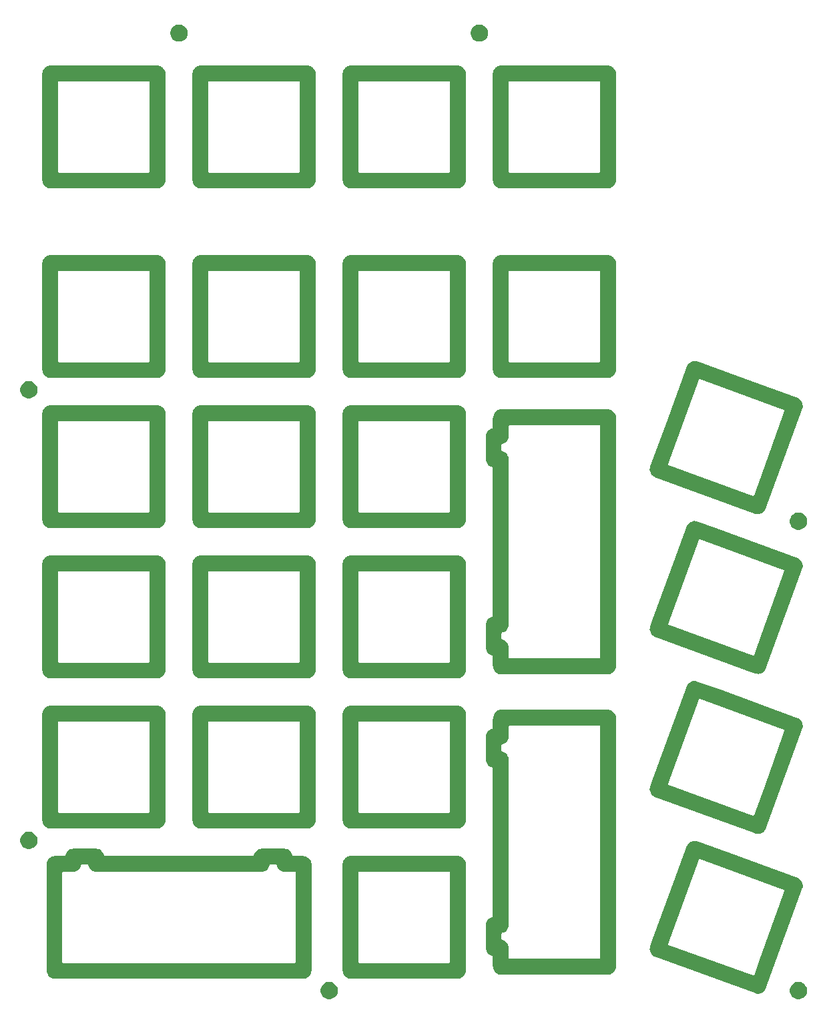
<source format=gbs>
G04 #@! TF.GenerationSoftware,KiCad,Pcbnew,(5.1.5)-3*
G04 #@! TF.CreationDate,2021-03-06T02:00:21+09:00*
G04 #@! TF.ProjectId,Getta25,47657474-6132-4352-9e6b-696361645f70,rev?*
G04 #@! TF.SameCoordinates,Original*
G04 #@! TF.FileFunction,Soldermask,Bot*
G04 #@! TF.FilePolarity,Negative*
%FSLAX46Y46*%
G04 Gerber Fmt 4.6, Leading zero omitted, Abs format (unit mm)*
G04 Created by KiCad (PCBNEW (5.1.5)-3) date 2021-03-06 02:00:21*
%MOMM*%
%LPD*%
G04 APERTURE LIST*
%ADD10C,0.100000*%
G04 APERTURE END LIST*
D10*
G36*
X123677107Y-132979772D02*
G01*
X123877293Y-133062692D01*
X123877295Y-133062693D01*
X123967251Y-133122800D01*
X124057458Y-133183074D01*
X124210676Y-133336292D01*
X124331058Y-133516457D01*
X124413978Y-133716643D01*
X124456250Y-133929158D01*
X124456250Y-134145842D01*
X124413978Y-134358357D01*
X124331058Y-134558543D01*
X124331057Y-134558545D01*
X124210675Y-134738709D01*
X124057459Y-134891925D01*
X123877295Y-135012307D01*
X123877294Y-135012308D01*
X123877293Y-135012308D01*
X123677107Y-135095228D01*
X123464592Y-135137500D01*
X123247908Y-135137500D01*
X123035393Y-135095228D01*
X122835207Y-135012308D01*
X122835206Y-135012308D01*
X122835205Y-135012307D01*
X122655041Y-134891925D01*
X122501825Y-134738709D01*
X122381443Y-134558545D01*
X122381442Y-134558543D01*
X122298522Y-134358357D01*
X122256250Y-134145842D01*
X122256250Y-133929158D01*
X122298522Y-133716643D01*
X122381442Y-133516457D01*
X122501824Y-133336292D01*
X122655042Y-133183074D01*
X122745249Y-133122800D01*
X122835205Y-133062693D01*
X122835207Y-133062692D01*
X123035393Y-132979772D01*
X123247908Y-132937500D01*
X123464592Y-132937500D01*
X123677107Y-132979772D01*
G37*
G36*
X64145857Y-132979772D02*
G01*
X64346043Y-133062692D01*
X64346045Y-133062693D01*
X64436001Y-133122800D01*
X64526208Y-133183074D01*
X64679426Y-133336292D01*
X64799808Y-133516457D01*
X64882728Y-133716643D01*
X64925000Y-133929158D01*
X64925000Y-134145842D01*
X64882728Y-134358357D01*
X64799808Y-134558543D01*
X64799807Y-134558545D01*
X64679425Y-134738709D01*
X64526209Y-134891925D01*
X64346045Y-135012307D01*
X64346044Y-135012308D01*
X64346043Y-135012308D01*
X64145857Y-135095228D01*
X63933342Y-135137500D01*
X63716658Y-135137500D01*
X63504143Y-135095228D01*
X63303957Y-135012308D01*
X63303956Y-135012308D01*
X63303955Y-135012307D01*
X63123791Y-134891925D01*
X62970575Y-134738709D01*
X62850193Y-134558545D01*
X62850192Y-134558543D01*
X62767272Y-134358357D01*
X62725000Y-134145842D01*
X62725000Y-133929158D01*
X62767272Y-133716643D01*
X62850192Y-133516457D01*
X62970574Y-133336292D01*
X63123792Y-133183074D01*
X63213999Y-133122800D01*
X63303955Y-133062693D01*
X63303957Y-133062692D01*
X63504143Y-132979772D01*
X63716658Y-132937500D01*
X63933342Y-132937500D01*
X64145857Y-132979772D01*
G37*
G36*
X110335673Y-115058311D02*
G01*
X110478664Y-115094958D01*
X114739084Y-116645624D01*
X123256840Y-119745833D01*
X123256845Y-119745835D01*
X123256844Y-119745835D01*
X123389949Y-119809679D01*
X123547516Y-119927877D01*
X123547519Y-119927881D01*
X123547521Y-119927882D01*
X123679008Y-120074555D01*
X123779355Y-120244063D01*
X123787057Y-120265966D01*
X123797413Y-120288173D01*
X123809238Y-120308148D01*
X123874587Y-120493977D01*
X123902427Y-120688981D01*
X123891689Y-120885674D01*
X123855042Y-121028664D01*
X123855038Y-121028675D01*
X119204166Y-133806839D01*
X119204164Y-133806843D01*
X119140322Y-133939944D01*
X119022119Y-134097519D01*
X118953275Y-134159235D01*
X118875444Y-134229008D01*
X118793177Y-134277709D01*
X118705937Y-134329354D01*
X118684036Y-134337056D01*
X118661829Y-134347412D01*
X118641852Y-134359238D01*
X118548938Y-134391912D01*
X118456024Y-134424587D01*
X118358521Y-134438507D01*
X118261019Y-134452427D01*
X118261018Y-134452427D01*
X118251791Y-134451923D01*
X118064326Y-134441689D01*
X117921336Y-134405042D01*
X117713385Y-134329354D01*
X105143161Y-129754166D01*
X105097716Y-129732368D01*
X105010056Y-129690322D01*
X104852481Y-129572119D01*
X104790765Y-129503275D01*
X104720992Y-129425444D01*
X104620646Y-129255937D01*
X104612944Y-129234036D01*
X104602588Y-129211829D01*
X104590762Y-129191852D01*
X104525413Y-129006023D01*
X104497573Y-128811018D01*
X104508311Y-128614327D01*
X104544958Y-128471336D01*
X104662917Y-128147244D01*
X106801397Y-128147244D01*
X106804860Y-128171502D01*
X106812989Y-128194619D01*
X106825472Y-128215705D01*
X106841829Y-128233951D01*
X106861431Y-128248655D01*
X106883523Y-128259252D01*
X117549051Y-132141186D01*
X117572777Y-132147266D01*
X117597244Y-132148602D01*
X117621502Y-132145139D01*
X117644619Y-132137010D01*
X117665705Y-132124527D01*
X117683951Y-132108170D01*
X117698655Y-132088568D01*
X117709253Y-132066474D01*
X118602335Y-129612752D01*
X121591185Y-121400952D01*
X121597266Y-121377222D01*
X121598602Y-121352755D01*
X121595139Y-121328497D01*
X121587010Y-121305380D01*
X121574527Y-121284294D01*
X121558170Y-121266048D01*
X121538568Y-121251344D01*
X121516483Y-121240751D01*
X110850952Y-117358814D01*
X110827223Y-117352733D01*
X110802756Y-117351397D01*
X110778498Y-117354860D01*
X110755381Y-117362989D01*
X110734295Y-117375472D01*
X110716049Y-117391829D01*
X110701345Y-117411431D01*
X110690749Y-117433521D01*
X106808814Y-128099048D01*
X106802733Y-128122777D01*
X106801397Y-128147244D01*
X104662917Y-128147244D01*
X107019493Y-121672607D01*
X109195833Y-115693160D01*
X109213333Y-115656675D01*
X109259679Y-115560051D01*
X109377877Y-115402484D01*
X109377881Y-115402481D01*
X109377882Y-115402479D01*
X109524555Y-115270992D01*
X109694063Y-115170645D01*
X109715970Y-115162941D01*
X109738173Y-115152587D01*
X109758148Y-115140762D01*
X109943977Y-115075413D01*
X110138982Y-115047573D01*
X110335673Y-115058311D01*
G37*
G36*
X80296032Y-116964469D02*
G01*
X80390285Y-116993061D01*
X80484535Y-117021651D01*
X80484537Y-117021652D01*
X80658258Y-117114507D01*
X80719184Y-117164508D01*
X80810528Y-117239472D01*
X80825260Y-117257423D01*
X80842577Y-117274740D01*
X80860528Y-117289472D01*
X80909358Y-117348972D01*
X80985493Y-117441742D01*
X81078348Y-117615463D01*
X81135531Y-117803968D01*
X81150000Y-117950876D01*
X81150000Y-131549124D01*
X81135531Y-131696032D01*
X81078348Y-131884537D01*
X80985493Y-132058258D01*
X80911349Y-132148602D01*
X80860528Y-132210528D01*
X80842577Y-132225260D01*
X80825260Y-132242577D01*
X80810528Y-132260528D01*
X80751028Y-132309358D01*
X80658258Y-132385493D01*
X80484537Y-132478348D01*
X80484535Y-132478349D01*
X80397212Y-132504838D01*
X80296032Y-132535531D01*
X80149124Y-132550000D01*
X66550876Y-132550000D01*
X66403968Y-132535531D01*
X66302788Y-132504838D01*
X66215465Y-132478349D01*
X66215463Y-132478348D01*
X66041742Y-132385493D01*
X65889472Y-132260528D01*
X65874740Y-132242577D01*
X65857418Y-132225255D01*
X65839473Y-132210528D01*
X65768894Y-132124527D01*
X65714508Y-132058258D01*
X65621653Y-131884537D01*
X65564470Y-131696032D01*
X65550001Y-131549124D01*
X65550001Y-119074999D01*
X67550000Y-119074999D01*
X67550000Y-130425001D01*
X67552402Y-130449387D01*
X67559515Y-130472836D01*
X67571066Y-130494447D01*
X67586611Y-130513389D01*
X67605553Y-130528934D01*
X67627164Y-130540485D01*
X67650613Y-130547598D01*
X67674999Y-130550000D01*
X79025002Y-130550000D01*
X79049388Y-130547598D01*
X79072837Y-130540485D01*
X79094448Y-130528934D01*
X79113390Y-130513389D01*
X79128935Y-130494447D01*
X79140486Y-130472836D01*
X79147599Y-130449387D01*
X79150001Y-130425001D01*
X79150000Y-119074999D01*
X79147598Y-119050613D01*
X79140485Y-119027164D01*
X79128934Y-119005553D01*
X79113389Y-118986611D01*
X79094447Y-118971066D01*
X79072836Y-118959515D01*
X79049387Y-118952402D01*
X79025001Y-118950000D01*
X67674999Y-118950000D01*
X67650613Y-118952402D01*
X67627164Y-118959515D01*
X67605553Y-118971066D01*
X67586611Y-118986611D01*
X67571066Y-119005553D01*
X67559515Y-119027164D01*
X67552402Y-119050613D01*
X67550000Y-119074999D01*
X65550001Y-119074999D01*
X65550000Y-117950877D01*
X65564469Y-117803969D01*
X65621652Y-117615464D01*
X65714507Y-117441742D01*
X65790642Y-117348972D01*
X65839472Y-117289472D01*
X65857423Y-117274740D01*
X65874740Y-117257423D01*
X65889472Y-117239472D01*
X65980816Y-117164508D01*
X66041742Y-117114507D01*
X66215463Y-117021652D01*
X66215465Y-117021651D01*
X66309715Y-116993061D01*
X66403968Y-116964469D01*
X66550876Y-116950000D01*
X80149124Y-116950000D01*
X80296032Y-116964469D01*
G37*
G36*
X58371031Y-116064469D02*
G01*
X58446953Y-116087500D01*
X58559534Y-116121651D01*
X58559536Y-116121652D01*
X58733258Y-116214507D01*
X58885528Y-116339472D01*
X59010493Y-116491742D01*
X59103350Y-116665466D01*
X59162752Y-116861287D01*
X59172129Y-116883925D01*
X59185743Y-116904300D01*
X59203070Y-116921627D01*
X59223444Y-116935240D01*
X59246083Y-116944618D01*
X59282368Y-116950000D01*
X60424124Y-116950000D01*
X60571032Y-116964469D01*
X60707170Y-117005766D01*
X60731202Y-117010546D01*
X60771031Y-117014469D01*
X60865284Y-117043061D01*
X60959534Y-117071651D01*
X60959536Y-117071652D01*
X61133258Y-117164507D01*
X61285528Y-117289472D01*
X61410493Y-117441742D01*
X61503348Y-117615463D01*
X61560531Y-117803968D01*
X61575000Y-117950876D01*
X61575000Y-131549124D01*
X61560531Y-131696032D01*
X61503348Y-131884537D01*
X61410493Y-132058258D01*
X61336349Y-132148602D01*
X61285528Y-132210528D01*
X61267577Y-132225260D01*
X61250260Y-132242577D01*
X61235528Y-132260528D01*
X61176028Y-132309358D01*
X61083258Y-132385493D01*
X60909537Y-132478348D01*
X60909535Y-132478349D01*
X60822212Y-132504838D01*
X60721032Y-132535531D01*
X60574124Y-132550000D01*
X28975876Y-132550000D01*
X28828968Y-132535531D01*
X28727788Y-132504838D01*
X28640465Y-132478349D01*
X28640463Y-132478348D01*
X28466742Y-132385493D01*
X28314472Y-132260528D01*
X28299740Y-132242577D01*
X28282418Y-132225255D01*
X28264473Y-132210528D01*
X28193894Y-132124527D01*
X28139508Y-132058258D01*
X28046653Y-131884537D01*
X27989470Y-131696032D01*
X27975001Y-131549124D01*
X27975001Y-119074999D01*
X29975000Y-119074999D01*
X29975000Y-130425001D01*
X29977402Y-130449387D01*
X29984515Y-130472836D01*
X29996066Y-130494447D01*
X30011611Y-130513389D01*
X30030553Y-130528934D01*
X30052164Y-130540485D01*
X30075613Y-130547598D01*
X30099999Y-130550000D01*
X59450002Y-130550000D01*
X59474388Y-130547598D01*
X59497837Y-130540485D01*
X59519448Y-130528934D01*
X59538390Y-130513389D01*
X59553935Y-130494447D01*
X59565486Y-130472836D01*
X59572599Y-130449387D01*
X59575001Y-130425001D01*
X59575000Y-119074999D01*
X59572598Y-119050613D01*
X59565485Y-119027164D01*
X59553934Y-119005553D01*
X59538389Y-118986611D01*
X59519447Y-118971066D01*
X59497836Y-118959515D01*
X59474387Y-118952402D01*
X59450001Y-118950000D01*
X58325876Y-118950000D01*
X58287252Y-118946196D01*
X58262748Y-118946196D01*
X58175000Y-118954838D01*
X57978969Y-118935531D01*
X57884717Y-118906940D01*
X57790466Y-118878349D01*
X57790464Y-118878348D01*
X57616743Y-118785493D01*
X57464473Y-118660528D01*
X57339508Y-118508258D01*
X57246651Y-118334534D01*
X57187248Y-118138713D01*
X57177871Y-118116074D01*
X57164257Y-118095700D01*
X57146930Y-118078373D01*
X57126555Y-118064759D01*
X57103916Y-118055382D01*
X57067632Y-118050000D01*
X56382368Y-118050000D01*
X56357982Y-118052402D01*
X56334533Y-118059515D01*
X56312922Y-118071066D01*
X56293980Y-118086611D01*
X56278435Y-118105553D01*
X56262752Y-118138713D01*
X56203350Y-118334534D01*
X56110493Y-118508258D01*
X55985528Y-118660528D01*
X55833258Y-118785493D01*
X55659537Y-118878348D01*
X55659535Y-118878349D01*
X55565284Y-118906940D01*
X55471032Y-118935531D01*
X55275000Y-118954838D01*
X55231988Y-118950602D01*
X55219736Y-118950000D01*
X34330264Y-118950000D01*
X34318012Y-118950602D01*
X34275000Y-118954838D01*
X34078969Y-118935531D01*
X33984717Y-118906940D01*
X33890466Y-118878349D01*
X33890464Y-118878348D01*
X33716743Y-118785493D01*
X33564473Y-118660528D01*
X33439508Y-118508258D01*
X33346651Y-118334534D01*
X33287248Y-118138713D01*
X33277871Y-118116074D01*
X33264257Y-118095700D01*
X33246930Y-118078373D01*
X33226555Y-118064759D01*
X33203916Y-118055382D01*
X33167632Y-118050000D01*
X32482368Y-118050000D01*
X32457982Y-118052402D01*
X32434533Y-118059515D01*
X32412922Y-118071066D01*
X32393980Y-118086611D01*
X32378435Y-118105553D01*
X32362752Y-118138713D01*
X32303350Y-118334534D01*
X32210493Y-118508258D01*
X32085528Y-118660528D01*
X31933258Y-118785493D01*
X31759537Y-118878348D01*
X31759535Y-118878349D01*
X31665284Y-118906940D01*
X31571032Y-118935531D01*
X31375000Y-118954838D01*
X31287252Y-118946196D01*
X31262748Y-118946196D01*
X31224124Y-118950000D01*
X30099999Y-118950000D01*
X30075613Y-118952402D01*
X30052164Y-118959515D01*
X30030553Y-118971066D01*
X30011611Y-118986611D01*
X29996066Y-119005553D01*
X29984515Y-119027164D01*
X29977402Y-119050613D01*
X29975000Y-119074999D01*
X27975001Y-119074999D01*
X27975000Y-117950877D01*
X27989469Y-117803969D01*
X28046652Y-117615464D01*
X28139507Y-117441742D01*
X28264472Y-117289472D01*
X28416742Y-117164507D01*
X28590463Y-117071652D01*
X28590465Y-117071651D01*
X28684715Y-117043061D01*
X28778968Y-117014469D01*
X28818798Y-117010546D01*
X28842831Y-117005766D01*
X28978968Y-116964469D01*
X29125876Y-116950000D01*
X30267633Y-116950000D01*
X30292019Y-116947598D01*
X30315468Y-116940485D01*
X30337079Y-116928934D01*
X30356021Y-116913389D01*
X30371566Y-116894447D01*
X30383117Y-116872836D01*
X30387250Y-116861286D01*
X30446652Y-116665463D01*
X30539507Y-116491742D01*
X30664472Y-116339472D01*
X30816742Y-116214507D01*
X30990463Y-116121652D01*
X30990465Y-116121651D01*
X31103046Y-116087500D01*
X31178968Y-116064469D01*
X31375000Y-116045162D01*
X31418012Y-116049398D01*
X31430264Y-116050000D01*
X34219736Y-116050000D01*
X34231988Y-116049398D01*
X34275000Y-116045162D01*
X34471031Y-116064469D01*
X34546953Y-116087500D01*
X34659534Y-116121651D01*
X34659536Y-116121652D01*
X34833258Y-116214507D01*
X34985528Y-116339472D01*
X35110493Y-116491742D01*
X35203350Y-116665466D01*
X35262752Y-116861287D01*
X35272129Y-116883925D01*
X35285743Y-116904300D01*
X35303070Y-116921627D01*
X35323444Y-116935240D01*
X35346083Y-116944618D01*
X35382368Y-116950000D01*
X54167633Y-116950000D01*
X54192019Y-116947598D01*
X54215468Y-116940485D01*
X54237079Y-116928934D01*
X54256021Y-116913389D01*
X54271566Y-116894447D01*
X54283117Y-116872836D01*
X54287250Y-116861286D01*
X54346652Y-116665463D01*
X54439507Y-116491742D01*
X54564472Y-116339472D01*
X54716742Y-116214507D01*
X54890463Y-116121652D01*
X54890465Y-116121651D01*
X55003046Y-116087500D01*
X55078968Y-116064469D01*
X55275000Y-116045162D01*
X55318012Y-116049398D01*
X55330264Y-116050000D01*
X58119736Y-116050000D01*
X58131988Y-116049398D01*
X58175000Y-116045162D01*
X58371031Y-116064469D01*
G37*
G36*
X99346032Y-98439469D02*
G01*
X99440285Y-98468061D01*
X99534535Y-98496651D01*
X99534537Y-98496652D01*
X99708258Y-98589507D01*
X99769184Y-98639508D01*
X99860528Y-98714472D01*
X99875260Y-98732423D01*
X99892577Y-98749740D01*
X99910528Y-98764472D01*
X99931074Y-98789508D01*
X100035493Y-98916742D01*
X100128348Y-99090463D01*
X100185531Y-99278968D01*
X100200000Y-99425876D01*
X100200000Y-131024124D01*
X100185531Y-131171032D01*
X100128348Y-131359537D01*
X100035493Y-131533258D01*
X99959358Y-131626028D01*
X99910528Y-131685528D01*
X99892577Y-131700260D01*
X99875260Y-131717577D01*
X99860528Y-131735528D01*
X99801028Y-131784358D01*
X99708258Y-131860493D01*
X99534537Y-131953348D01*
X99534535Y-131953349D01*
X99447212Y-131979838D01*
X99346032Y-132010531D01*
X99199124Y-132025000D01*
X85600876Y-132025000D01*
X85453968Y-132010531D01*
X85352788Y-131979838D01*
X85265465Y-131953349D01*
X85265463Y-131953348D01*
X85091742Y-131860493D01*
X84939472Y-131735528D01*
X84814507Y-131583258D01*
X84721652Y-131409537D01*
X84704795Y-131353966D01*
X84664470Y-131221034D01*
X84664469Y-131221032D01*
X84660546Y-131181198D01*
X84655765Y-131157164D01*
X84614470Y-131021035D01*
X84600001Y-130874124D01*
X84600000Y-129732368D01*
X84597598Y-129707982D01*
X84590485Y-129684533D01*
X84578934Y-129662922D01*
X84563389Y-129643980D01*
X84544447Y-129628435D01*
X84511287Y-129612752D01*
X84315466Y-129553350D01*
X84141742Y-129460493D01*
X83989472Y-129335528D01*
X83864507Y-129183258D01*
X83771652Y-129009537D01*
X83714469Y-128821032D01*
X83695162Y-128625000D01*
X83699399Y-128581978D01*
X83700001Y-128569726D01*
X83700000Y-125780264D01*
X83699398Y-125768012D01*
X83695162Y-125725000D01*
X83714469Y-125528968D01*
X83771652Y-125340463D01*
X83864507Y-125166742D01*
X83989472Y-125014472D01*
X84141742Y-124889507D01*
X84315463Y-124796652D01*
X84315465Y-124796651D01*
X84444217Y-124757595D01*
X84511287Y-124737249D01*
X84533926Y-124727871D01*
X84554301Y-124714257D01*
X84571628Y-124696930D01*
X84585241Y-124676556D01*
X84594619Y-124653917D01*
X84600001Y-124617632D01*
X84600000Y-105832368D01*
X84597598Y-105807982D01*
X84590485Y-105784533D01*
X84578934Y-105762922D01*
X84563389Y-105743980D01*
X84544447Y-105728435D01*
X84511287Y-105712752D01*
X84315466Y-105653350D01*
X84141742Y-105560493D01*
X83989472Y-105435528D01*
X83864507Y-105283258D01*
X83771652Y-105109537D01*
X83714469Y-104921032D01*
X83695162Y-104725000D01*
X83699399Y-104681978D01*
X83700001Y-104669726D01*
X83700001Y-102932368D01*
X85700000Y-102932368D01*
X85700000Y-103617632D01*
X85702402Y-103642018D01*
X85709515Y-103665467D01*
X85721066Y-103687078D01*
X85736611Y-103706020D01*
X85755553Y-103721565D01*
X85788713Y-103737248D01*
X85984534Y-103796650D01*
X86158258Y-103889507D01*
X86310528Y-104014472D01*
X86435493Y-104166742D01*
X86462218Y-104216742D01*
X86528349Y-104340465D01*
X86556940Y-104434716D01*
X86585531Y-104528968D01*
X86604838Y-104725000D01*
X86600602Y-104768012D01*
X86600000Y-104780264D01*
X86600000Y-125669736D01*
X86600602Y-125681988D01*
X86604838Y-125725000D01*
X86585531Y-125921032D01*
X86528348Y-126109537D01*
X86435493Y-126283258D01*
X86310528Y-126435528D01*
X86158258Y-126560493D01*
X85984534Y-126653350D01*
X85788713Y-126712752D01*
X85766075Y-126722129D01*
X85745700Y-126735743D01*
X85728373Y-126753070D01*
X85714760Y-126773444D01*
X85705382Y-126796083D01*
X85700000Y-126832368D01*
X85700000Y-127517632D01*
X85702402Y-127542018D01*
X85709515Y-127565467D01*
X85721066Y-127587078D01*
X85736611Y-127606020D01*
X85755553Y-127621565D01*
X85788713Y-127637248D01*
X85984534Y-127696650D01*
X86158258Y-127789507D01*
X86310528Y-127914472D01*
X86435493Y-128066742D01*
X86528348Y-128240463D01*
X86585531Y-128428968D01*
X86604838Y-128625000D01*
X86596196Y-128712748D01*
X86596196Y-128737252D01*
X86600000Y-128775876D01*
X86600000Y-129900001D01*
X86602402Y-129924387D01*
X86609515Y-129947836D01*
X86621066Y-129969447D01*
X86636611Y-129988389D01*
X86655553Y-130003934D01*
X86677164Y-130015485D01*
X86700613Y-130022598D01*
X86724999Y-130025000D01*
X98075002Y-130025000D01*
X98099388Y-130022598D01*
X98122837Y-130015485D01*
X98144448Y-130003934D01*
X98163390Y-129988389D01*
X98178935Y-129969447D01*
X98190486Y-129947836D01*
X98197599Y-129924387D01*
X98200001Y-129900001D01*
X98200000Y-100549999D01*
X98197598Y-100525613D01*
X98190485Y-100502164D01*
X98178934Y-100480553D01*
X98163389Y-100461611D01*
X98144447Y-100446066D01*
X98122836Y-100434515D01*
X98099387Y-100427402D01*
X98075001Y-100425000D01*
X86724999Y-100425000D01*
X86700613Y-100427402D01*
X86677164Y-100434515D01*
X86655553Y-100446066D01*
X86636611Y-100461611D01*
X86621066Y-100480553D01*
X86609515Y-100502164D01*
X86602402Y-100525613D01*
X86600000Y-100549999D01*
X86600000Y-101674124D01*
X86596196Y-101712748D01*
X86596196Y-101737252D01*
X86604838Y-101825000D01*
X86585531Y-102021032D01*
X86528348Y-102209537D01*
X86435493Y-102383258D01*
X86310528Y-102535528D01*
X86158258Y-102660493D01*
X85984534Y-102753350D01*
X85788713Y-102812752D01*
X85766075Y-102822129D01*
X85745700Y-102835743D01*
X85728373Y-102853070D01*
X85714760Y-102873444D01*
X85705382Y-102896083D01*
X85700000Y-102932368D01*
X83700001Y-102932368D01*
X83700000Y-101880264D01*
X83699398Y-101868012D01*
X83695162Y-101825000D01*
X83714469Y-101628968D01*
X83771652Y-101440463D01*
X83864507Y-101266742D01*
X83989472Y-101114472D01*
X84141742Y-100989507D01*
X84315463Y-100896652D01*
X84315465Y-100896651D01*
X84444217Y-100857595D01*
X84511287Y-100837249D01*
X84533926Y-100827871D01*
X84554301Y-100814257D01*
X84571628Y-100796930D01*
X84585241Y-100776556D01*
X84594619Y-100753917D01*
X84600001Y-100717632D01*
X84600001Y-100605674D01*
X84600000Y-99575881D01*
X84603325Y-99542119D01*
X84614469Y-99428969D01*
X84655766Y-99292832D01*
X84660546Y-99268799D01*
X84664469Y-99228968D01*
X84693061Y-99134715D01*
X84721651Y-99040465D01*
X84787782Y-98916742D01*
X84814507Y-98866742D01*
X84939472Y-98714472D01*
X85091742Y-98589507D01*
X85265463Y-98496652D01*
X85265465Y-98496651D01*
X85359715Y-98468061D01*
X85453968Y-98439469D01*
X85600876Y-98425000D01*
X99199124Y-98425000D01*
X99346032Y-98439469D01*
G37*
G36*
X26045857Y-113929772D02*
G01*
X26246043Y-114012692D01*
X26246045Y-114012693D01*
X26300912Y-114049354D01*
X26426208Y-114133074D01*
X26579426Y-114286292D01*
X26699808Y-114466457D01*
X26782728Y-114666643D01*
X26825000Y-114879158D01*
X26825000Y-115095842D01*
X26782728Y-115308357D01*
X26699808Y-115508543D01*
X26579426Y-115688708D01*
X26426208Y-115841926D01*
X26341397Y-115898595D01*
X26246045Y-115962307D01*
X26246044Y-115962308D01*
X26246043Y-115962308D01*
X26045857Y-116045228D01*
X25833342Y-116087500D01*
X25616658Y-116087500D01*
X25404143Y-116045228D01*
X25203957Y-115962308D01*
X25203956Y-115962308D01*
X25203955Y-115962307D01*
X25108603Y-115898595D01*
X25023792Y-115841926D01*
X24870574Y-115688708D01*
X24750192Y-115508543D01*
X24667272Y-115308357D01*
X24625000Y-115095842D01*
X24625000Y-114879158D01*
X24667272Y-114666643D01*
X24750192Y-114466457D01*
X24870574Y-114286292D01*
X25023792Y-114133074D01*
X25149088Y-114049354D01*
X25203955Y-114012693D01*
X25203957Y-114012692D01*
X25404143Y-113929772D01*
X25616658Y-113887500D01*
X25833342Y-113887500D01*
X26045857Y-113929772D01*
G37*
G36*
X110335673Y-94778311D02*
G01*
X110478664Y-94814958D01*
X113227037Y-95815284D01*
X123256840Y-99465833D01*
X123256845Y-99465835D01*
X123256844Y-99465835D01*
X123389949Y-99529679D01*
X123547516Y-99647877D01*
X123547519Y-99647881D01*
X123547521Y-99647882D01*
X123679008Y-99794555D01*
X123779355Y-99964063D01*
X123783962Y-99977164D01*
X123787057Y-99985966D01*
X123797413Y-100008173D01*
X123809238Y-100028148D01*
X123809238Y-100028149D01*
X123847000Y-100135528D01*
X123874587Y-100213977D01*
X123902427Y-100408981D01*
X123891689Y-100605674D01*
X123855042Y-100748664D01*
X123855038Y-100748675D01*
X119204166Y-113526839D01*
X119204164Y-113526843D01*
X119140322Y-113659944D01*
X119022119Y-113817519D01*
X118988782Y-113847404D01*
X118875444Y-113949008D01*
X118705937Y-114049354D01*
X118684036Y-114057056D01*
X118661829Y-114067412D01*
X118641852Y-114079238D01*
X118548938Y-114111912D01*
X118456024Y-114144587D01*
X118358521Y-114158507D01*
X118261019Y-114172427D01*
X118261018Y-114172427D01*
X118251791Y-114171923D01*
X118064326Y-114161689D01*
X117921336Y-114125042D01*
X117612657Y-114012692D01*
X105143161Y-109474166D01*
X105120359Y-109463229D01*
X105010056Y-109410322D01*
X104852481Y-109292119D01*
X104790765Y-109223275D01*
X104720992Y-109145444D01*
X104620646Y-108975937D01*
X104612944Y-108954036D01*
X104602588Y-108931829D01*
X104590762Y-108911852D01*
X104525413Y-108726023D01*
X104497573Y-108531018D01*
X104508311Y-108334327D01*
X104544958Y-108191336D01*
X104662917Y-107867244D01*
X106801397Y-107867244D01*
X106804860Y-107891502D01*
X106812989Y-107914619D01*
X106825472Y-107935705D01*
X106841829Y-107953951D01*
X106861431Y-107968655D01*
X106883523Y-107979252D01*
X117549051Y-111861186D01*
X117572777Y-111867266D01*
X117597244Y-111868602D01*
X117621502Y-111865139D01*
X117644619Y-111857010D01*
X117665705Y-111844527D01*
X117683951Y-111828170D01*
X117698655Y-111808568D01*
X117709253Y-111786474D01*
X118894142Y-108531018D01*
X121591185Y-101120952D01*
X121597266Y-101097222D01*
X121598602Y-101072755D01*
X121595139Y-101048497D01*
X121587010Y-101025380D01*
X121574527Y-101004294D01*
X121558170Y-100986048D01*
X121538568Y-100971344D01*
X121516483Y-100960751D01*
X110850952Y-97078814D01*
X110827223Y-97072733D01*
X110802756Y-97071397D01*
X110778498Y-97074860D01*
X110755381Y-97082989D01*
X110734295Y-97095472D01*
X110716049Y-97111829D01*
X110701345Y-97131431D01*
X110690749Y-97153521D01*
X106808814Y-107819048D01*
X106802733Y-107842777D01*
X106801397Y-107867244D01*
X104662917Y-107867244D01*
X106494234Y-102835743D01*
X109195833Y-95413160D01*
X109213333Y-95376675D01*
X109259679Y-95280051D01*
X109377877Y-95122484D01*
X109377881Y-95122481D01*
X109377882Y-95122479D01*
X109524555Y-94990992D01*
X109694063Y-94890645D01*
X109715970Y-94882941D01*
X109738173Y-94872587D01*
X109758148Y-94860762D01*
X109943977Y-94795413D01*
X110138982Y-94767573D01*
X110335673Y-94778311D01*
G37*
G36*
X61246032Y-97914469D02*
G01*
X61340284Y-97943060D01*
X61434535Y-97971651D01*
X61434537Y-97971652D01*
X61608258Y-98064507D01*
X61669184Y-98114508D01*
X61760528Y-98189472D01*
X61775260Y-98207423D01*
X61792577Y-98224740D01*
X61810528Y-98239472D01*
X61859358Y-98298972D01*
X61935493Y-98391742D01*
X62028348Y-98565463D01*
X62085531Y-98753968D01*
X62100000Y-98900876D01*
X62100000Y-112499124D01*
X62085531Y-112646032D01*
X62028348Y-112834537D01*
X61935493Y-113008258D01*
X61859358Y-113101028D01*
X61810528Y-113160528D01*
X61792577Y-113175260D01*
X61775260Y-113192577D01*
X61760528Y-113210528D01*
X61701028Y-113259358D01*
X61608258Y-113335493D01*
X61434537Y-113428348D01*
X61434535Y-113428349D01*
X61347212Y-113454838D01*
X61246032Y-113485531D01*
X61099124Y-113500000D01*
X47500876Y-113500000D01*
X47353968Y-113485531D01*
X47252788Y-113454838D01*
X47165465Y-113428349D01*
X47165463Y-113428348D01*
X46991742Y-113335493D01*
X46839472Y-113210528D01*
X46824740Y-113192577D01*
X46807418Y-113175255D01*
X46789473Y-113160528D01*
X46733145Y-113091891D01*
X46664508Y-113008258D01*
X46571653Y-112834537D01*
X46514470Y-112646032D01*
X46500001Y-112499124D01*
X46500001Y-100024999D01*
X48500000Y-100024999D01*
X48500000Y-111375001D01*
X48502402Y-111399387D01*
X48509515Y-111422836D01*
X48521066Y-111444447D01*
X48536611Y-111463389D01*
X48555553Y-111478934D01*
X48577164Y-111490485D01*
X48600613Y-111497598D01*
X48624999Y-111500000D01*
X59975002Y-111500000D01*
X59999388Y-111497598D01*
X60022837Y-111490485D01*
X60044448Y-111478934D01*
X60063390Y-111463389D01*
X60078935Y-111444447D01*
X60090486Y-111422836D01*
X60097599Y-111399387D01*
X60100001Y-111375001D01*
X60100000Y-100024999D01*
X60097598Y-100000613D01*
X60090485Y-99977164D01*
X60078934Y-99955553D01*
X60063389Y-99936611D01*
X60044447Y-99921066D01*
X60022836Y-99909515D01*
X59999387Y-99902402D01*
X59975001Y-99900000D01*
X48624999Y-99900000D01*
X48600613Y-99902402D01*
X48577164Y-99909515D01*
X48555553Y-99921066D01*
X48536611Y-99936611D01*
X48521066Y-99955553D01*
X48509515Y-99977164D01*
X48502402Y-100000613D01*
X48500000Y-100024999D01*
X46500001Y-100024999D01*
X46500000Y-98900877D01*
X46514469Y-98753969D01*
X46564358Y-98589508D01*
X46571651Y-98565466D01*
X46598377Y-98515465D01*
X46664507Y-98391742D01*
X46740642Y-98298972D01*
X46789472Y-98239472D01*
X46807423Y-98224740D01*
X46824740Y-98207423D01*
X46839472Y-98189472D01*
X46930816Y-98114508D01*
X46991742Y-98064507D01*
X47165463Y-97971652D01*
X47165465Y-97971651D01*
X47259716Y-97943060D01*
X47353968Y-97914469D01*
X47500876Y-97900000D01*
X61099124Y-97900000D01*
X61246032Y-97914469D01*
G37*
G36*
X80296032Y-97914469D02*
G01*
X80390284Y-97943060D01*
X80484535Y-97971651D01*
X80484537Y-97971652D01*
X80658258Y-98064507D01*
X80719184Y-98114508D01*
X80810528Y-98189472D01*
X80825260Y-98207423D01*
X80842577Y-98224740D01*
X80860528Y-98239472D01*
X80909358Y-98298972D01*
X80985493Y-98391742D01*
X81078348Y-98565463D01*
X81135531Y-98753968D01*
X81150000Y-98900876D01*
X81150000Y-112499124D01*
X81135531Y-112646032D01*
X81078348Y-112834537D01*
X80985493Y-113008258D01*
X80909358Y-113101028D01*
X80860528Y-113160528D01*
X80842577Y-113175260D01*
X80825260Y-113192577D01*
X80810528Y-113210528D01*
X80751028Y-113259358D01*
X80658258Y-113335493D01*
X80484537Y-113428348D01*
X80484535Y-113428349D01*
X80397212Y-113454838D01*
X80296032Y-113485531D01*
X80149124Y-113500000D01*
X66550876Y-113500000D01*
X66403968Y-113485531D01*
X66302788Y-113454838D01*
X66215465Y-113428349D01*
X66215463Y-113428348D01*
X66041742Y-113335493D01*
X65889472Y-113210528D01*
X65874740Y-113192577D01*
X65857418Y-113175255D01*
X65839473Y-113160528D01*
X65783145Y-113091891D01*
X65714508Y-113008258D01*
X65621653Y-112834537D01*
X65564470Y-112646032D01*
X65550001Y-112499124D01*
X65550001Y-100024999D01*
X67550000Y-100024999D01*
X67550000Y-111375001D01*
X67552402Y-111399387D01*
X67559515Y-111422836D01*
X67571066Y-111444447D01*
X67586611Y-111463389D01*
X67605553Y-111478934D01*
X67627164Y-111490485D01*
X67650613Y-111497598D01*
X67674999Y-111500000D01*
X79025002Y-111500000D01*
X79049388Y-111497598D01*
X79072837Y-111490485D01*
X79094448Y-111478934D01*
X79113390Y-111463389D01*
X79128935Y-111444447D01*
X79140486Y-111422836D01*
X79147599Y-111399387D01*
X79150001Y-111375001D01*
X79150000Y-100024999D01*
X79147598Y-100000613D01*
X79140485Y-99977164D01*
X79128934Y-99955553D01*
X79113389Y-99936611D01*
X79094447Y-99921066D01*
X79072836Y-99909515D01*
X79049387Y-99902402D01*
X79025001Y-99900000D01*
X67674999Y-99900000D01*
X67650613Y-99902402D01*
X67627164Y-99909515D01*
X67605553Y-99921066D01*
X67586611Y-99936611D01*
X67571066Y-99955553D01*
X67559515Y-99977164D01*
X67552402Y-100000613D01*
X67550000Y-100024999D01*
X65550001Y-100024999D01*
X65550000Y-98900877D01*
X65564469Y-98753969D01*
X65614358Y-98589508D01*
X65621651Y-98565466D01*
X65648377Y-98515465D01*
X65714507Y-98391742D01*
X65790642Y-98298972D01*
X65839472Y-98239472D01*
X65857423Y-98224740D01*
X65874740Y-98207423D01*
X65889472Y-98189472D01*
X65980816Y-98114508D01*
X66041742Y-98064507D01*
X66215463Y-97971652D01*
X66215465Y-97971651D01*
X66309716Y-97943060D01*
X66403968Y-97914469D01*
X66550876Y-97900000D01*
X80149124Y-97900000D01*
X80296032Y-97914469D01*
G37*
G36*
X42196032Y-97914469D02*
G01*
X42290284Y-97943060D01*
X42384535Y-97971651D01*
X42384537Y-97971652D01*
X42558258Y-98064507D01*
X42619184Y-98114508D01*
X42710528Y-98189472D01*
X42725260Y-98207423D01*
X42742577Y-98224740D01*
X42760528Y-98239472D01*
X42809358Y-98298972D01*
X42885493Y-98391742D01*
X42978348Y-98565463D01*
X43035531Y-98753968D01*
X43050000Y-98900876D01*
X43050000Y-112499124D01*
X43035531Y-112646032D01*
X42978348Y-112834537D01*
X42885493Y-113008258D01*
X42809358Y-113101028D01*
X42760528Y-113160528D01*
X42742577Y-113175260D01*
X42725260Y-113192577D01*
X42710528Y-113210528D01*
X42651028Y-113259358D01*
X42558258Y-113335493D01*
X42384537Y-113428348D01*
X42384535Y-113428349D01*
X42297212Y-113454838D01*
X42196032Y-113485531D01*
X42049124Y-113500000D01*
X28450876Y-113500000D01*
X28303968Y-113485531D01*
X28202788Y-113454838D01*
X28115465Y-113428349D01*
X28115463Y-113428348D01*
X27941742Y-113335493D01*
X27789472Y-113210528D01*
X27774740Y-113192577D01*
X27757418Y-113175255D01*
X27739473Y-113160528D01*
X27683145Y-113091891D01*
X27614508Y-113008258D01*
X27521653Y-112834537D01*
X27464470Y-112646032D01*
X27450001Y-112499124D01*
X27450001Y-100024999D01*
X29450000Y-100024999D01*
X29450000Y-111375001D01*
X29452402Y-111399387D01*
X29459515Y-111422836D01*
X29471066Y-111444447D01*
X29486611Y-111463389D01*
X29505553Y-111478934D01*
X29527164Y-111490485D01*
X29550613Y-111497598D01*
X29574999Y-111500000D01*
X40925002Y-111500000D01*
X40949388Y-111497598D01*
X40972837Y-111490485D01*
X40994448Y-111478934D01*
X41013390Y-111463389D01*
X41028935Y-111444447D01*
X41040486Y-111422836D01*
X41047599Y-111399387D01*
X41050001Y-111375001D01*
X41050000Y-100024999D01*
X41047598Y-100000613D01*
X41040485Y-99977164D01*
X41028934Y-99955553D01*
X41013389Y-99936611D01*
X40994447Y-99921066D01*
X40972836Y-99909515D01*
X40949387Y-99902402D01*
X40925001Y-99900000D01*
X29574999Y-99900000D01*
X29550613Y-99902402D01*
X29527164Y-99909515D01*
X29505553Y-99921066D01*
X29486611Y-99936611D01*
X29471066Y-99955553D01*
X29459515Y-99977164D01*
X29452402Y-100000613D01*
X29450000Y-100024999D01*
X27450001Y-100024999D01*
X27450000Y-98900877D01*
X27464469Y-98753969D01*
X27514358Y-98589508D01*
X27521651Y-98565466D01*
X27548377Y-98515465D01*
X27614507Y-98391742D01*
X27690642Y-98298972D01*
X27739472Y-98239472D01*
X27757423Y-98224740D01*
X27774740Y-98207423D01*
X27789472Y-98189472D01*
X27880816Y-98114508D01*
X27941742Y-98064507D01*
X28115463Y-97971652D01*
X28115465Y-97971651D01*
X28209716Y-97943060D01*
X28303968Y-97914469D01*
X28450876Y-97900000D01*
X42049124Y-97900000D01*
X42196032Y-97914469D01*
G37*
G36*
X42196032Y-78864469D02*
G01*
X42290284Y-78893060D01*
X42384535Y-78921651D01*
X42384537Y-78921652D01*
X42558258Y-79014507D01*
X42619184Y-79064508D01*
X42710528Y-79139472D01*
X42725260Y-79157423D01*
X42742577Y-79174740D01*
X42760528Y-79189472D01*
X42809358Y-79248972D01*
X42885493Y-79341742D01*
X42978348Y-79515463D01*
X43035531Y-79703968D01*
X43050000Y-79850876D01*
X43050000Y-93449124D01*
X43035531Y-93596032D01*
X43020363Y-93646034D01*
X42980510Y-93777412D01*
X42978348Y-93784537D01*
X42885493Y-93958258D01*
X42809358Y-94051028D01*
X42760528Y-94110528D01*
X42742577Y-94125260D01*
X42725260Y-94142577D01*
X42710528Y-94160528D01*
X42651028Y-94209358D01*
X42558258Y-94285493D01*
X42384537Y-94378348D01*
X42384535Y-94378349D01*
X42297212Y-94404838D01*
X42196032Y-94435531D01*
X42049124Y-94450000D01*
X28450876Y-94450000D01*
X28303968Y-94435531D01*
X28202788Y-94404838D01*
X28115465Y-94378349D01*
X28115463Y-94378348D01*
X27941742Y-94285493D01*
X27789472Y-94160528D01*
X27774740Y-94142577D01*
X27757418Y-94125255D01*
X27739473Y-94110528D01*
X27683145Y-94041891D01*
X27614508Y-93958258D01*
X27521653Y-93784537D01*
X27519492Y-93777412D01*
X27479638Y-93646034D01*
X27464470Y-93596032D01*
X27450001Y-93449124D01*
X27450001Y-80974999D01*
X29450000Y-80974999D01*
X29450000Y-92325001D01*
X29452402Y-92349387D01*
X29459515Y-92372836D01*
X29471066Y-92394447D01*
X29486611Y-92413389D01*
X29505553Y-92428934D01*
X29527164Y-92440485D01*
X29550613Y-92447598D01*
X29574999Y-92450000D01*
X40925002Y-92450000D01*
X40949388Y-92447598D01*
X40972837Y-92440485D01*
X40994448Y-92428934D01*
X41013390Y-92413389D01*
X41028935Y-92394447D01*
X41040486Y-92372836D01*
X41047599Y-92349387D01*
X41050001Y-92325001D01*
X41050000Y-80974999D01*
X41047598Y-80950613D01*
X41040485Y-80927164D01*
X41028934Y-80905553D01*
X41013389Y-80886611D01*
X40994447Y-80871066D01*
X40972836Y-80859515D01*
X40949387Y-80852402D01*
X40925001Y-80850000D01*
X29574999Y-80850000D01*
X29550613Y-80852402D01*
X29527164Y-80859515D01*
X29505553Y-80871066D01*
X29486611Y-80886611D01*
X29471066Y-80905553D01*
X29459515Y-80927164D01*
X29452402Y-80950613D01*
X29450000Y-80974999D01*
X27450001Y-80974999D01*
X27450000Y-79850877D01*
X27464469Y-79703969D01*
X27521652Y-79515464D01*
X27614507Y-79341742D01*
X27690642Y-79248972D01*
X27739472Y-79189472D01*
X27757423Y-79174740D01*
X27774740Y-79157423D01*
X27789472Y-79139472D01*
X27880816Y-79064508D01*
X27941742Y-79014507D01*
X28115463Y-78921652D01*
X28115465Y-78921651D01*
X28209715Y-78893061D01*
X28303968Y-78864469D01*
X28450876Y-78850000D01*
X42049124Y-78850000D01*
X42196032Y-78864469D01*
G37*
G36*
X80296032Y-78864469D02*
G01*
X80390284Y-78893060D01*
X80484535Y-78921651D01*
X80484537Y-78921652D01*
X80658258Y-79014507D01*
X80719184Y-79064508D01*
X80810528Y-79139472D01*
X80825260Y-79157423D01*
X80842577Y-79174740D01*
X80860528Y-79189472D01*
X80909358Y-79248972D01*
X80985493Y-79341742D01*
X81078348Y-79515463D01*
X81135531Y-79703968D01*
X81150000Y-79850876D01*
X81150000Y-93449124D01*
X81135531Y-93596032D01*
X81120363Y-93646034D01*
X81080510Y-93777412D01*
X81078348Y-93784537D01*
X80985493Y-93958258D01*
X80909358Y-94051028D01*
X80860528Y-94110528D01*
X80842577Y-94125260D01*
X80825260Y-94142577D01*
X80810528Y-94160528D01*
X80751028Y-94209358D01*
X80658258Y-94285493D01*
X80484537Y-94378348D01*
X80484535Y-94378349D01*
X80397212Y-94404838D01*
X80296032Y-94435531D01*
X80149124Y-94450000D01*
X66550876Y-94450000D01*
X66403968Y-94435531D01*
X66302788Y-94404838D01*
X66215465Y-94378349D01*
X66215463Y-94378348D01*
X66041742Y-94285493D01*
X65889472Y-94160528D01*
X65874740Y-94142577D01*
X65857418Y-94125255D01*
X65839473Y-94110528D01*
X65783145Y-94041891D01*
X65714508Y-93958258D01*
X65621653Y-93784537D01*
X65619492Y-93777412D01*
X65579638Y-93646034D01*
X65564470Y-93596032D01*
X65550001Y-93449124D01*
X65550001Y-80974999D01*
X67550000Y-80974999D01*
X67550000Y-92325001D01*
X67552402Y-92349387D01*
X67559515Y-92372836D01*
X67571066Y-92394447D01*
X67586611Y-92413389D01*
X67605553Y-92428934D01*
X67627164Y-92440485D01*
X67650613Y-92447598D01*
X67674999Y-92450000D01*
X79025002Y-92450000D01*
X79049388Y-92447598D01*
X79072837Y-92440485D01*
X79094448Y-92428934D01*
X79113390Y-92413389D01*
X79128935Y-92394447D01*
X79140486Y-92372836D01*
X79147599Y-92349387D01*
X79150001Y-92325001D01*
X79150000Y-80974999D01*
X79147598Y-80950613D01*
X79140485Y-80927164D01*
X79128934Y-80905553D01*
X79113389Y-80886611D01*
X79094447Y-80871066D01*
X79072836Y-80859515D01*
X79049387Y-80852402D01*
X79025001Y-80850000D01*
X67674999Y-80850000D01*
X67650613Y-80852402D01*
X67627164Y-80859515D01*
X67605553Y-80871066D01*
X67586611Y-80886611D01*
X67571066Y-80905553D01*
X67559515Y-80927164D01*
X67552402Y-80950613D01*
X67550000Y-80974999D01*
X65550001Y-80974999D01*
X65550000Y-79850877D01*
X65564469Y-79703969D01*
X65621652Y-79515464D01*
X65714507Y-79341742D01*
X65790642Y-79248972D01*
X65839472Y-79189472D01*
X65857423Y-79174740D01*
X65874740Y-79157423D01*
X65889472Y-79139472D01*
X65980816Y-79064508D01*
X66041742Y-79014507D01*
X66215463Y-78921652D01*
X66215465Y-78921651D01*
X66309715Y-78893061D01*
X66403968Y-78864469D01*
X66550876Y-78850000D01*
X80149124Y-78850000D01*
X80296032Y-78864469D01*
G37*
G36*
X61246032Y-78864469D02*
G01*
X61340284Y-78893060D01*
X61434535Y-78921651D01*
X61434537Y-78921652D01*
X61608258Y-79014507D01*
X61669184Y-79064508D01*
X61760528Y-79139472D01*
X61775260Y-79157423D01*
X61792577Y-79174740D01*
X61810528Y-79189472D01*
X61859358Y-79248972D01*
X61935493Y-79341742D01*
X62028348Y-79515463D01*
X62085531Y-79703968D01*
X62100000Y-79850876D01*
X62100000Y-93449124D01*
X62085531Y-93596032D01*
X62070363Y-93646034D01*
X62030510Y-93777412D01*
X62028348Y-93784537D01*
X61935493Y-93958258D01*
X61859358Y-94051028D01*
X61810528Y-94110528D01*
X61792577Y-94125260D01*
X61775260Y-94142577D01*
X61760528Y-94160528D01*
X61701028Y-94209358D01*
X61608258Y-94285493D01*
X61434537Y-94378348D01*
X61434535Y-94378349D01*
X61347212Y-94404838D01*
X61246032Y-94435531D01*
X61099124Y-94450000D01*
X47500876Y-94450000D01*
X47353968Y-94435531D01*
X47252788Y-94404838D01*
X47165465Y-94378349D01*
X47165463Y-94378348D01*
X46991742Y-94285493D01*
X46839472Y-94160528D01*
X46824740Y-94142577D01*
X46807418Y-94125255D01*
X46789473Y-94110528D01*
X46733145Y-94041891D01*
X46664508Y-93958258D01*
X46571653Y-93784537D01*
X46569492Y-93777412D01*
X46529638Y-93646034D01*
X46514470Y-93596032D01*
X46500001Y-93449124D01*
X46500001Y-80974999D01*
X48500000Y-80974999D01*
X48500000Y-92325001D01*
X48502402Y-92349387D01*
X48509515Y-92372836D01*
X48521066Y-92394447D01*
X48536611Y-92413389D01*
X48555553Y-92428934D01*
X48577164Y-92440485D01*
X48600613Y-92447598D01*
X48624999Y-92450000D01*
X59975002Y-92450000D01*
X59999388Y-92447598D01*
X60022837Y-92440485D01*
X60044448Y-92428934D01*
X60063390Y-92413389D01*
X60078935Y-92394447D01*
X60090486Y-92372836D01*
X60097599Y-92349387D01*
X60100001Y-92325001D01*
X60100000Y-80974999D01*
X60097598Y-80950613D01*
X60090485Y-80927164D01*
X60078934Y-80905553D01*
X60063389Y-80886611D01*
X60044447Y-80871066D01*
X60022836Y-80859515D01*
X59999387Y-80852402D01*
X59975001Y-80850000D01*
X48624999Y-80850000D01*
X48600613Y-80852402D01*
X48577164Y-80859515D01*
X48555553Y-80871066D01*
X48536611Y-80886611D01*
X48521066Y-80905553D01*
X48509515Y-80927164D01*
X48502402Y-80950613D01*
X48500000Y-80974999D01*
X46500001Y-80974999D01*
X46500000Y-79850877D01*
X46514469Y-79703969D01*
X46571652Y-79515464D01*
X46664507Y-79341742D01*
X46740642Y-79248972D01*
X46789472Y-79189472D01*
X46807423Y-79174740D01*
X46824740Y-79157423D01*
X46839472Y-79139472D01*
X46930816Y-79064508D01*
X46991742Y-79014507D01*
X47165463Y-78921652D01*
X47165465Y-78921651D01*
X47259715Y-78893061D01*
X47353968Y-78864469D01*
X47500876Y-78850000D01*
X61099124Y-78850000D01*
X61246032Y-78864469D01*
G37*
G36*
X99346032Y-60339469D02*
G01*
X99440285Y-60368061D01*
X99534535Y-60396651D01*
X99534537Y-60396652D01*
X99708258Y-60489507D01*
X99769184Y-60539508D01*
X99860528Y-60614472D01*
X99875260Y-60632423D01*
X99892577Y-60649740D01*
X99910528Y-60664472D01*
X99931074Y-60689508D01*
X100035493Y-60816742D01*
X100128348Y-60990463D01*
X100185531Y-61178968D01*
X100200000Y-61325876D01*
X100200000Y-92924124D01*
X100185531Y-93071032D01*
X100185530Y-93071034D01*
X100135233Y-93236843D01*
X100128348Y-93259537D01*
X100035493Y-93433258D01*
X99959358Y-93526028D01*
X99910528Y-93585528D01*
X99892577Y-93600260D01*
X99875260Y-93617577D01*
X99860528Y-93635528D01*
X99831917Y-93659008D01*
X99708258Y-93760493D01*
X99568785Y-93835042D01*
X99534535Y-93853349D01*
X99447212Y-93879838D01*
X99346032Y-93910531D01*
X99199124Y-93925000D01*
X85600876Y-93925000D01*
X85453968Y-93910531D01*
X85352788Y-93879838D01*
X85265465Y-93853349D01*
X85231215Y-93835042D01*
X85091742Y-93760493D01*
X84939472Y-93635528D01*
X84814507Y-93483258D01*
X84721652Y-93309537D01*
X84704795Y-93253966D01*
X84664470Y-93121034D01*
X84664469Y-93121032D01*
X84660546Y-93081198D01*
X84655765Y-93057164D01*
X84614470Y-92921035D01*
X84600001Y-92774124D01*
X84600000Y-91632368D01*
X84597598Y-91607982D01*
X84590485Y-91584533D01*
X84578934Y-91562922D01*
X84563389Y-91543980D01*
X84544447Y-91528435D01*
X84511287Y-91512752D01*
X84315466Y-91453350D01*
X84141742Y-91360493D01*
X83989472Y-91235528D01*
X83864507Y-91083258D01*
X83771652Y-90909537D01*
X83714469Y-90721032D01*
X83695162Y-90525000D01*
X83699399Y-90481978D01*
X83700001Y-90469726D01*
X83700000Y-87680264D01*
X83699398Y-87668012D01*
X83695162Y-87625000D01*
X83714469Y-87428968D01*
X83758071Y-87285233D01*
X83771651Y-87240465D01*
X83771652Y-87240463D01*
X83864507Y-87066742D01*
X83989472Y-86914472D01*
X84141742Y-86789507D01*
X84315463Y-86696652D01*
X84315465Y-86696651D01*
X84444217Y-86657595D01*
X84511287Y-86637249D01*
X84533926Y-86627871D01*
X84554301Y-86614257D01*
X84571628Y-86596930D01*
X84585241Y-86576556D01*
X84594619Y-86553917D01*
X84600001Y-86517632D01*
X84600000Y-67732368D01*
X84597598Y-67707982D01*
X84590485Y-67684533D01*
X84578934Y-67662922D01*
X84563389Y-67643980D01*
X84544447Y-67628435D01*
X84511287Y-67612752D01*
X84315466Y-67553350D01*
X84141742Y-67460493D01*
X83989472Y-67335528D01*
X83864507Y-67183258D01*
X83771652Y-67009537D01*
X83765159Y-66988132D01*
X83714470Y-66821034D01*
X83714469Y-66821032D01*
X83695162Y-66625000D01*
X83699399Y-66581978D01*
X83700001Y-66569726D01*
X83700001Y-64832368D01*
X85700000Y-64832368D01*
X85700000Y-65517632D01*
X85702402Y-65542018D01*
X85709515Y-65565467D01*
X85721066Y-65587078D01*
X85736611Y-65606020D01*
X85755553Y-65621565D01*
X85788713Y-65637248D01*
X85984534Y-65696650D01*
X86158258Y-65789507D01*
X86310528Y-65914472D01*
X86435493Y-66066742D01*
X86462218Y-66116742D01*
X86528349Y-66240465D01*
X86556939Y-66334715D01*
X86585531Y-66428968D01*
X86604838Y-66625000D01*
X86600602Y-66668012D01*
X86600000Y-66680264D01*
X86600000Y-87569736D01*
X86600602Y-87581988D01*
X86604838Y-87625000D01*
X86585531Y-87821032D01*
X86528348Y-88009537D01*
X86435493Y-88183258D01*
X86310528Y-88335528D01*
X86158258Y-88460493D01*
X85984534Y-88553350D01*
X85788713Y-88612752D01*
X85766075Y-88622129D01*
X85745700Y-88635743D01*
X85728373Y-88653070D01*
X85714760Y-88673444D01*
X85705382Y-88696083D01*
X85700000Y-88732368D01*
X85700000Y-89417632D01*
X85702402Y-89442018D01*
X85709515Y-89465467D01*
X85721066Y-89487078D01*
X85736611Y-89506020D01*
X85755553Y-89521565D01*
X85788713Y-89537248D01*
X85984534Y-89596650D01*
X86158258Y-89689507D01*
X86310528Y-89814472D01*
X86435493Y-89966742D01*
X86528348Y-90140463D01*
X86585531Y-90328968D01*
X86604838Y-90525000D01*
X86596196Y-90612748D01*
X86596196Y-90637252D01*
X86600000Y-90675876D01*
X86600000Y-91800001D01*
X86602402Y-91824387D01*
X86609515Y-91847836D01*
X86621066Y-91869447D01*
X86636611Y-91888389D01*
X86655553Y-91903934D01*
X86677164Y-91915485D01*
X86700613Y-91922598D01*
X86724999Y-91925000D01*
X98075002Y-91925000D01*
X98099388Y-91922598D01*
X98122837Y-91915485D01*
X98144448Y-91903934D01*
X98163390Y-91888389D01*
X98178935Y-91869447D01*
X98190486Y-91847836D01*
X98197599Y-91824387D01*
X98200001Y-91800001D01*
X98200000Y-62449999D01*
X98197598Y-62425613D01*
X98190485Y-62402164D01*
X98178934Y-62380553D01*
X98163389Y-62361611D01*
X98144447Y-62346066D01*
X98122836Y-62334515D01*
X98099387Y-62327402D01*
X98075001Y-62325000D01*
X86724999Y-62325000D01*
X86700613Y-62327402D01*
X86677164Y-62334515D01*
X86655553Y-62346066D01*
X86636611Y-62361611D01*
X86621066Y-62380553D01*
X86609515Y-62402164D01*
X86602402Y-62425613D01*
X86600000Y-62449999D01*
X86600000Y-63574124D01*
X86596196Y-63612748D01*
X86596196Y-63637252D01*
X86604838Y-63725000D01*
X86585531Y-63921032D01*
X86528348Y-64109537D01*
X86435493Y-64283258D01*
X86310528Y-64435528D01*
X86158258Y-64560493D01*
X85984534Y-64653350D01*
X85788713Y-64712752D01*
X85766075Y-64722129D01*
X85745700Y-64735743D01*
X85728373Y-64753070D01*
X85714760Y-64773444D01*
X85705382Y-64796083D01*
X85700000Y-64832368D01*
X83700001Y-64832368D01*
X83700000Y-63780264D01*
X83699398Y-63768012D01*
X83695162Y-63725000D01*
X83714469Y-63528968D01*
X83771652Y-63340463D01*
X83864507Y-63166742D01*
X83989472Y-63014472D01*
X84141742Y-62889507D01*
X84315463Y-62796652D01*
X84315465Y-62796651D01*
X84444217Y-62757595D01*
X84511287Y-62737249D01*
X84533926Y-62727871D01*
X84554301Y-62714257D01*
X84571628Y-62696930D01*
X84585241Y-62676556D01*
X84594619Y-62653917D01*
X84600001Y-62617632D01*
X84600001Y-62449999D01*
X84600000Y-61475881D01*
X84600000Y-61475877D01*
X84614469Y-61328969D01*
X84655766Y-61192832D01*
X84660546Y-61168799D01*
X84664469Y-61128968D01*
X84693060Y-61034716D01*
X84721651Y-60940465D01*
X84787782Y-60816742D01*
X84814507Y-60766742D01*
X84939472Y-60614472D01*
X85091742Y-60489507D01*
X85265463Y-60396652D01*
X85265465Y-60396651D01*
X85359715Y-60368061D01*
X85453968Y-60339469D01*
X85600876Y-60325000D01*
X99199124Y-60325000D01*
X99346032Y-60339469D01*
G37*
G36*
X110335673Y-74488311D02*
G01*
X110478664Y-74524958D01*
X113105527Y-75481058D01*
X123256840Y-79175833D01*
X123256845Y-79175835D01*
X123256844Y-79175835D01*
X123389949Y-79239679D01*
X123547516Y-79357877D01*
X123547519Y-79357881D01*
X123547521Y-79357882D01*
X123679008Y-79504555D01*
X123779355Y-79674063D01*
X123787057Y-79695966D01*
X123797413Y-79718173D01*
X123809238Y-79738148D01*
X123874587Y-79923977D01*
X123902427Y-80118981D01*
X123891689Y-80315674D01*
X123855042Y-80458664D01*
X123855038Y-80458675D01*
X119204166Y-93236839D01*
X119204164Y-93236843D01*
X119140322Y-93369944D01*
X119022119Y-93527519D01*
X118957412Y-93585526D01*
X118875444Y-93659008D01*
X118755796Y-93729838D01*
X118705937Y-93759354D01*
X118684036Y-93767056D01*
X118661829Y-93777412D01*
X118641852Y-93789238D01*
X118601725Y-93803349D01*
X118456024Y-93854587D01*
X118414396Y-93860530D01*
X118261019Y-93882427D01*
X118261018Y-93882427D01*
X118251791Y-93881923D01*
X118064326Y-93871689D01*
X117921336Y-93835042D01*
X117579138Y-93710492D01*
X105143161Y-89184166D01*
X105120359Y-89173229D01*
X105010056Y-89120322D01*
X104852481Y-89002119D01*
X104790765Y-88933275D01*
X104720992Y-88855444D01*
X104620646Y-88685937D01*
X104612944Y-88664036D01*
X104602588Y-88641829D01*
X104590762Y-88621852D01*
X104525413Y-88436023D01*
X104497573Y-88241018D01*
X104508311Y-88044327D01*
X104544958Y-87901336D01*
X104662917Y-87577244D01*
X106801397Y-87577244D01*
X106804860Y-87601502D01*
X106812989Y-87624619D01*
X106825472Y-87645705D01*
X106841829Y-87663951D01*
X106861431Y-87678655D01*
X106883523Y-87689252D01*
X117549051Y-91571186D01*
X117572777Y-91577266D01*
X117597244Y-91578602D01*
X117621502Y-91575139D01*
X117644619Y-91567010D01*
X117665705Y-91554527D01*
X117683951Y-91538170D01*
X117698655Y-91518568D01*
X117709253Y-91496474D01*
X118777849Y-88560530D01*
X121591185Y-80830952D01*
X121597266Y-80807222D01*
X121598602Y-80782755D01*
X121595139Y-80758497D01*
X121587010Y-80735380D01*
X121574527Y-80714294D01*
X121558170Y-80696048D01*
X121538568Y-80681344D01*
X121516483Y-80670751D01*
X110850952Y-76788814D01*
X110827223Y-76782733D01*
X110802756Y-76781397D01*
X110778498Y-76784860D01*
X110755381Y-76792989D01*
X110734295Y-76805472D01*
X110716049Y-76821829D01*
X110701345Y-76841431D01*
X110690749Y-76863521D01*
X106808814Y-87529048D01*
X106802733Y-87552777D01*
X106801397Y-87577244D01*
X104662917Y-87577244D01*
X107019493Y-81102607D01*
X109195833Y-75123160D01*
X109213333Y-75086675D01*
X109259679Y-74990051D01*
X109377877Y-74832484D01*
X109377881Y-74832481D01*
X109377882Y-74832479D01*
X109524555Y-74700992D01*
X109694063Y-74600645D01*
X109715970Y-74592941D01*
X109738173Y-74582587D01*
X109758148Y-74570762D01*
X109943977Y-74505413D01*
X110138982Y-74477573D01*
X110335673Y-74488311D01*
G37*
G36*
X123677107Y-73448522D02*
G01*
X123877293Y-73531442D01*
X123877295Y-73531443D01*
X123897140Y-73544703D01*
X124057458Y-73651824D01*
X124210676Y-73805042D01*
X124331058Y-73985207D01*
X124413978Y-74185393D01*
X124456250Y-74397908D01*
X124456250Y-74614592D01*
X124413978Y-74827107D01*
X124331058Y-75027293D01*
X124331057Y-75027295D01*
X124287434Y-75092581D01*
X124210676Y-75207458D01*
X124057458Y-75360676D01*
X123998605Y-75400000D01*
X123877295Y-75481057D01*
X123877294Y-75481058D01*
X123877293Y-75481058D01*
X123677107Y-75563978D01*
X123464592Y-75606250D01*
X123247908Y-75606250D01*
X123035393Y-75563978D01*
X122835207Y-75481058D01*
X122835206Y-75481058D01*
X122835205Y-75481057D01*
X122713895Y-75400000D01*
X122655042Y-75360676D01*
X122501824Y-75207458D01*
X122425066Y-75092581D01*
X122381443Y-75027295D01*
X122381442Y-75027293D01*
X122298522Y-74827107D01*
X122256250Y-74614592D01*
X122256250Y-74397908D01*
X122298522Y-74185393D01*
X122381442Y-73985207D01*
X122501824Y-73805042D01*
X122655042Y-73651824D01*
X122815360Y-73544703D01*
X122835205Y-73531443D01*
X122835207Y-73531442D01*
X123035393Y-73448522D01*
X123247908Y-73406250D01*
X123464592Y-73406250D01*
X123677107Y-73448522D01*
G37*
G36*
X61246032Y-59814469D02*
G01*
X61340285Y-59843061D01*
X61434535Y-59871651D01*
X61434537Y-59871652D01*
X61608258Y-59964507D01*
X61669184Y-60014508D01*
X61760528Y-60089472D01*
X61775260Y-60107423D01*
X61792577Y-60124740D01*
X61810528Y-60139472D01*
X61829344Y-60162400D01*
X61935493Y-60291742D01*
X62028348Y-60465463D01*
X62085531Y-60653968D01*
X62100000Y-60800876D01*
X62100000Y-74399124D01*
X62085531Y-74546032D01*
X62028348Y-74734537D01*
X61935493Y-74908258D01*
X61892888Y-74960172D01*
X61810528Y-75060528D01*
X61792577Y-75075260D01*
X61775260Y-75092577D01*
X61760528Y-75110528D01*
X61727321Y-75137780D01*
X61608258Y-75235493D01*
X61434537Y-75328348D01*
X61434535Y-75328349D01*
X61347212Y-75354838D01*
X61246032Y-75385531D01*
X61099124Y-75400000D01*
X47500876Y-75400000D01*
X47353968Y-75385531D01*
X47252788Y-75354838D01*
X47165465Y-75328349D01*
X47165463Y-75328348D01*
X46991742Y-75235493D01*
X46839472Y-75110528D01*
X46824740Y-75092577D01*
X46807418Y-75075255D01*
X46789473Y-75060528D01*
X46707113Y-74960172D01*
X46664508Y-74908258D01*
X46571653Y-74734537D01*
X46514470Y-74546032D01*
X46500001Y-74399124D01*
X46500001Y-61924999D01*
X48500000Y-61924999D01*
X48500000Y-73275001D01*
X48502402Y-73299387D01*
X48509515Y-73322836D01*
X48521066Y-73344447D01*
X48536611Y-73363389D01*
X48555553Y-73378934D01*
X48577164Y-73390485D01*
X48600613Y-73397598D01*
X48624999Y-73400000D01*
X59975002Y-73400000D01*
X59999388Y-73397598D01*
X60022837Y-73390485D01*
X60044448Y-73378934D01*
X60063390Y-73363389D01*
X60078935Y-73344447D01*
X60090486Y-73322836D01*
X60097599Y-73299387D01*
X60100001Y-73275001D01*
X60100000Y-61924999D01*
X60097598Y-61900613D01*
X60090485Y-61877164D01*
X60078934Y-61855553D01*
X60063389Y-61836611D01*
X60044447Y-61821066D01*
X60022836Y-61809515D01*
X59999387Y-61802402D01*
X59975001Y-61800000D01*
X48624999Y-61800000D01*
X48600613Y-61802402D01*
X48577164Y-61809515D01*
X48555553Y-61821066D01*
X48536611Y-61836611D01*
X48521066Y-61855553D01*
X48509515Y-61877164D01*
X48502402Y-61900613D01*
X48500000Y-61924999D01*
X46500001Y-61924999D01*
X46500000Y-60800877D01*
X46514469Y-60653969D01*
X46564358Y-60489508D01*
X46571651Y-60465466D01*
X46581708Y-60446651D01*
X46664507Y-60291742D01*
X46770656Y-60162400D01*
X46789472Y-60139472D01*
X46807423Y-60124740D01*
X46824740Y-60107423D01*
X46839472Y-60089472D01*
X46930816Y-60014508D01*
X46991742Y-59964507D01*
X47165463Y-59871652D01*
X47165465Y-59871651D01*
X47259715Y-59843061D01*
X47353968Y-59814469D01*
X47500876Y-59800000D01*
X61099124Y-59800000D01*
X61246032Y-59814469D01*
G37*
G36*
X80296032Y-59814469D02*
G01*
X80390285Y-59843061D01*
X80484535Y-59871651D01*
X80484537Y-59871652D01*
X80658258Y-59964507D01*
X80719184Y-60014508D01*
X80810528Y-60089472D01*
X80825260Y-60107423D01*
X80842577Y-60124740D01*
X80860528Y-60139472D01*
X80879344Y-60162400D01*
X80985493Y-60291742D01*
X81078348Y-60465463D01*
X81135531Y-60653968D01*
X81150000Y-60800876D01*
X81150000Y-74399124D01*
X81135531Y-74546032D01*
X81078348Y-74734537D01*
X80985493Y-74908258D01*
X80942888Y-74960172D01*
X80860528Y-75060528D01*
X80842577Y-75075260D01*
X80825260Y-75092577D01*
X80810528Y-75110528D01*
X80777321Y-75137780D01*
X80658258Y-75235493D01*
X80484537Y-75328348D01*
X80484535Y-75328349D01*
X80397212Y-75354838D01*
X80296032Y-75385531D01*
X80149124Y-75400000D01*
X66550876Y-75400000D01*
X66403968Y-75385531D01*
X66302788Y-75354838D01*
X66215465Y-75328349D01*
X66215463Y-75328348D01*
X66041742Y-75235493D01*
X65889472Y-75110528D01*
X65874740Y-75092577D01*
X65857418Y-75075255D01*
X65839473Y-75060528D01*
X65757113Y-74960172D01*
X65714508Y-74908258D01*
X65621653Y-74734537D01*
X65564470Y-74546032D01*
X65550001Y-74399124D01*
X65550001Y-61924999D01*
X67550000Y-61924999D01*
X67550000Y-73275001D01*
X67552402Y-73299387D01*
X67559515Y-73322836D01*
X67571066Y-73344447D01*
X67586611Y-73363389D01*
X67605553Y-73378934D01*
X67627164Y-73390485D01*
X67650613Y-73397598D01*
X67674999Y-73400000D01*
X79025002Y-73400000D01*
X79049388Y-73397598D01*
X79072837Y-73390485D01*
X79094448Y-73378934D01*
X79113390Y-73363389D01*
X79128935Y-73344447D01*
X79140486Y-73322836D01*
X79147599Y-73299387D01*
X79150001Y-73275001D01*
X79150000Y-61924999D01*
X79147598Y-61900613D01*
X79140485Y-61877164D01*
X79128934Y-61855553D01*
X79113389Y-61836611D01*
X79094447Y-61821066D01*
X79072836Y-61809515D01*
X79049387Y-61802402D01*
X79025001Y-61800000D01*
X67674999Y-61800000D01*
X67650613Y-61802402D01*
X67627164Y-61809515D01*
X67605553Y-61821066D01*
X67586611Y-61836611D01*
X67571066Y-61855553D01*
X67559515Y-61877164D01*
X67552402Y-61900613D01*
X67550000Y-61924999D01*
X65550001Y-61924999D01*
X65550000Y-60800877D01*
X65564469Y-60653969D01*
X65614358Y-60489508D01*
X65621651Y-60465466D01*
X65631708Y-60446651D01*
X65714507Y-60291742D01*
X65820656Y-60162400D01*
X65839472Y-60139472D01*
X65857423Y-60124740D01*
X65874740Y-60107423D01*
X65889472Y-60089472D01*
X65980816Y-60014508D01*
X66041742Y-59964507D01*
X66215463Y-59871652D01*
X66215465Y-59871651D01*
X66309715Y-59843061D01*
X66403968Y-59814469D01*
X66550876Y-59800000D01*
X80149124Y-59800000D01*
X80296032Y-59814469D01*
G37*
G36*
X42196032Y-59814469D02*
G01*
X42290285Y-59843061D01*
X42384535Y-59871651D01*
X42384537Y-59871652D01*
X42558258Y-59964507D01*
X42619184Y-60014508D01*
X42710528Y-60089472D01*
X42725260Y-60107423D01*
X42742577Y-60124740D01*
X42760528Y-60139472D01*
X42779344Y-60162400D01*
X42885493Y-60291742D01*
X42978348Y-60465463D01*
X43035531Y-60653968D01*
X43050000Y-60800876D01*
X43050000Y-74399124D01*
X43035531Y-74546032D01*
X42978348Y-74734537D01*
X42885493Y-74908258D01*
X42842888Y-74960172D01*
X42760528Y-75060528D01*
X42742577Y-75075260D01*
X42725260Y-75092577D01*
X42710528Y-75110528D01*
X42677321Y-75137780D01*
X42558258Y-75235493D01*
X42384537Y-75328348D01*
X42384535Y-75328349D01*
X42297212Y-75354838D01*
X42196032Y-75385531D01*
X42049124Y-75400000D01*
X28450876Y-75400000D01*
X28303968Y-75385531D01*
X28202788Y-75354838D01*
X28115465Y-75328349D01*
X28115463Y-75328348D01*
X27941742Y-75235493D01*
X27789472Y-75110528D01*
X27774740Y-75092577D01*
X27757418Y-75075255D01*
X27739473Y-75060528D01*
X27657113Y-74960172D01*
X27614508Y-74908258D01*
X27521653Y-74734537D01*
X27464470Y-74546032D01*
X27450001Y-74399124D01*
X27450001Y-61924999D01*
X29450000Y-61924999D01*
X29450000Y-73275001D01*
X29452402Y-73299387D01*
X29459515Y-73322836D01*
X29471066Y-73344447D01*
X29486611Y-73363389D01*
X29505553Y-73378934D01*
X29527164Y-73390485D01*
X29550613Y-73397598D01*
X29574999Y-73400000D01*
X40925002Y-73400000D01*
X40949388Y-73397598D01*
X40972837Y-73390485D01*
X40994448Y-73378934D01*
X41013390Y-73363389D01*
X41028935Y-73344447D01*
X41040486Y-73322836D01*
X41047599Y-73299387D01*
X41050001Y-73275001D01*
X41050000Y-61924999D01*
X41047598Y-61900613D01*
X41040485Y-61877164D01*
X41028934Y-61855553D01*
X41013389Y-61836611D01*
X40994447Y-61821066D01*
X40972836Y-61809515D01*
X40949387Y-61802402D01*
X40925001Y-61800000D01*
X29574999Y-61800000D01*
X29550613Y-61802402D01*
X29527164Y-61809515D01*
X29505553Y-61821066D01*
X29486611Y-61836611D01*
X29471066Y-61855553D01*
X29459515Y-61877164D01*
X29452402Y-61900613D01*
X29450000Y-61924999D01*
X27450001Y-61924999D01*
X27450000Y-60800877D01*
X27464469Y-60653969D01*
X27514358Y-60489508D01*
X27521651Y-60465466D01*
X27531708Y-60446651D01*
X27614507Y-60291742D01*
X27720656Y-60162400D01*
X27739472Y-60139472D01*
X27757423Y-60124740D01*
X27774740Y-60107423D01*
X27789472Y-60089472D01*
X27880816Y-60014508D01*
X27941742Y-59964507D01*
X28115463Y-59871652D01*
X28115465Y-59871651D01*
X28209715Y-59843061D01*
X28303968Y-59814469D01*
X28450876Y-59800000D01*
X42049124Y-59800000D01*
X42196032Y-59814469D01*
G37*
G36*
X110335673Y-54208311D02*
G01*
X110478664Y-54244958D01*
X115569186Y-56097756D01*
X123256840Y-58895833D01*
X123256845Y-58895835D01*
X123256844Y-58895835D01*
X123389949Y-58959679D01*
X123547516Y-59077877D01*
X123547519Y-59077881D01*
X123547521Y-59077882D01*
X123679008Y-59224555D01*
X123779355Y-59394063D01*
X123787057Y-59415966D01*
X123797413Y-59438173D01*
X123809238Y-59458148D01*
X123874587Y-59643977D01*
X123902427Y-59838981D01*
X123891689Y-60035674D01*
X123855042Y-60178664D01*
X123855038Y-60178675D01*
X119204166Y-72956839D01*
X119204164Y-72956843D01*
X119140322Y-73089944D01*
X119022119Y-73247519D01*
X118988782Y-73277404D01*
X118875444Y-73379008D01*
X118718949Y-73471651D01*
X118705937Y-73479354D01*
X118684036Y-73487056D01*
X118661829Y-73497412D01*
X118641852Y-73509238D01*
X118578712Y-73531442D01*
X118456024Y-73574587D01*
X118358521Y-73588507D01*
X118261019Y-73602427D01*
X118261018Y-73602427D01*
X118251791Y-73601923D01*
X118064326Y-73591689D01*
X117921336Y-73555042D01*
X117692221Y-73471651D01*
X105143161Y-68904166D01*
X105120359Y-68893229D01*
X105010056Y-68840322D01*
X104852481Y-68722119D01*
X104790765Y-68653275D01*
X104720992Y-68575444D01*
X104620646Y-68405937D01*
X104612944Y-68384036D01*
X104602588Y-68361829D01*
X104590762Y-68341852D01*
X104525413Y-68156023D01*
X104497573Y-67961018D01*
X104508311Y-67764327D01*
X104544958Y-67621336D01*
X104662917Y-67297244D01*
X106801397Y-67297244D01*
X106804860Y-67321502D01*
X106812989Y-67344619D01*
X106825472Y-67365705D01*
X106841829Y-67383951D01*
X106861431Y-67398655D01*
X106883523Y-67409252D01*
X117549051Y-71291186D01*
X117572777Y-71297266D01*
X117597244Y-71298602D01*
X117621502Y-71295139D01*
X117644619Y-71287010D01*
X117665705Y-71274527D01*
X117683951Y-71258170D01*
X117698655Y-71238568D01*
X117709253Y-71216474D01*
X118894142Y-67961018D01*
X121591185Y-60550952D01*
X121597266Y-60527222D01*
X121598602Y-60502755D01*
X121595139Y-60478497D01*
X121587010Y-60455380D01*
X121574527Y-60434294D01*
X121558170Y-60416048D01*
X121538568Y-60401344D01*
X121516483Y-60390751D01*
X110850952Y-56508814D01*
X110827223Y-56502733D01*
X110802756Y-56501397D01*
X110778498Y-56504860D01*
X110755381Y-56512989D01*
X110734295Y-56525472D01*
X110716049Y-56541829D01*
X110701345Y-56561431D01*
X110690749Y-56583521D01*
X106808814Y-67249048D01*
X106802733Y-67272777D01*
X106801397Y-67297244D01*
X104662917Y-67297244D01*
X106627131Y-61900613D01*
X109195833Y-54843160D01*
X109220496Y-54791742D01*
X109259679Y-54710051D01*
X109377877Y-54552484D01*
X109377881Y-54552481D01*
X109377882Y-54552479D01*
X109524555Y-54420992D01*
X109694063Y-54320645D01*
X109715970Y-54312941D01*
X109738173Y-54302587D01*
X109758148Y-54290762D01*
X109943977Y-54225413D01*
X110138982Y-54197573D01*
X110335673Y-54208311D01*
G37*
G36*
X26045857Y-56779772D02*
G01*
X26246043Y-56862692D01*
X26246045Y-56862693D01*
X26336738Y-56923292D01*
X26426208Y-56983074D01*
X26579426Y-57136292D01*
X26699808Y-57316457D01*
X26782728Y-57516643D01*
X26825000Y-57729158D01*
X26825000Y-57945842D01*
X26782728Y-58158357D01*
X26699808Y-58358543D01*
X26699807Y-58358545D01*
X26579425Y-58538709D01*
X26426209Y-58691925D01*
X26246045Y-58812307D01*
X26246044Y-58812308D01*
X26246043Y-58812308D01*
X26045857Y-58895228D01*
X25833342Y-58937500D01*
X25616658Y-58937500D01*
X25404143Y-58895228D01*
X25203957Y-58812308D01*
X25203956Y-58812308D01*
X25203955Y-58812307D01*
X25023791Y-58691925D01*
X24870575Y-58538709D01*
X24750193Y-58358545D01*
X24750192Y-58358543D01*
X24667272Y-58158357D01*
X24625000Y-57945842D01*
X24625000Y-57729158D01*
X24667272Y-57516643D01*
X24750192Y-57316457D01*
X24870574Y-57136292D01*
X25023792Y-56983074D01*
X25113262Y-56923292D01*
X25203955Y-56862693D01*
X25203957Y-56862692D01*
X25404143Y-56779772D01*
X25616658Y-56737500D01*
X25833342Y-56737500D01*
X26045857Y-56779772D01*
G37*
G36*
X80296032Y-40764469D02*
G01*
X80390285Y-40793061D01*
X80484535Y-40821651D01*
X80484537Y-40821652D01*
X80658258Y-40914507D01*
X80719184Y-40964508D01*
X80810528Y-41039472D01*
X80825260Y-41057423D01*
X80842577Y-41074740D01*
X80860528Y-41089472D01*
X80909358Y-41148972D01*
X80985493Y-41241742D01*
X81078348Y-41415463D01*
X81135531Y-41603968D01*
X81150000Y-41750876D01*
X81150000Y-55349124D01*
X81135531Y-55496032D01*
X81078348Y-55684537D01*
X80985493Y-55858258D01*
X80916523Y-55942297D01*
X80860528Y-56010528D01*
X80842577Y-56025260D01*
X80825260Y-56042577D01*
X80810528Y-56060528D01*
X80751028Y-56109358D01*
X80658258Y-56185493D01*
X80484537Y-56278348D01*
X80484535Y-56278349D01*
X80397212Y-56304838D01*
X80296032Y-56335531D01*
X80149124Y-56350000D01*
X66550876Y-56350000D01*
X66403968Y-56335531D01*
X66302788Y-56304838D01*
X66215465Y-56278349D01*
X66215463Y-56278348D01*
X66041742Y-56185493D01*
X65889472Y-56060528D01*
X65889450Y-56060501D01*
X65874740Y-56042577D01*
X65857418Y-56025255D01*
X65839473Y-56010528D01*
X65783145Y-55941891D01*
X65714508Y-55858258D01*
X65621653Y-55684537D01*
X65564470Y-55496032D01*
X65550001Y-55349124D01*
X65550001Y-42874999D01*
X67550000Y-42874999D01*
X67550000Y-54225001D01*
X67552402Y-54249387D01*
X67559515Y-54272836D01*
X67571066Y-54294447D01*
X67586611Y-54313389D01*
X67605553Y-54328934D01*
X67627164Y-54340485D01*
X67650613Y-54347598D01*
X67674999Y-54350000D01*
X79025002Y-54350000D01*
X79049388Y-54347598D01*
X79072837Y-54340485D01*
X79094448Y-54328934D01*
X79113390Y-54313389D01*
X79128935Y-54294447D01*
X79140486Y-54272836D01*
X79147599Y-54249387D01*
X79150001Y-54225001D01*
X79150000Y-42874999D01*
X79147598Y-42850613D01*
X79140485Y-42827164D01*
X79128934Y-42805553D01*
X79113389Y-42786611D01*
X79094447Y-42771066D01*
X79072836Y-42759515D01*
X79049387Y-42752402D01*
X79025001Y-42750000D01*
X67674999Y-42750000D01*
X67650613Y-42752402D01*
X67627164Y-42759515D01*
X67605553Y-42771066D01*
X67586611Y-42786611D01*
X67571066Y-42805553D01*
X67559515Y-42827164D01*
X67552402Y-42850613D01*
X67550000Y-42874999D01*
X65550001Y-42874999D01*
X65550000Y-41750877D01*
X65564469Y-41603969D01*
X65621652Y-41415464D01*
X65714507Y-41241742D01*
X65790642Y-41148972D01*
X65839472Y-41089472D01*
X65857423Y-41074740D01*
X65874740Y-41057423D01*
X65889472Y-41039472D01*
X65980816Y-40964508D01*
X66041742Y-40914507D01*
X66215463Y-40821652D01*
X66215465Y-40821651D01*
X66309715Y-40793061D01*
X66403968Y-40764469D01*
X66550876Y-40750000D01*
X80149124Y-40750000D01*
X80296032Y-40764469D01*
G37*
G36*
X61246032Y-40764469D02*
G01*
X61340285Y-40793061D01*
X61434535Y-40821651D01*
X61434537Y-40821652D01*
X61608258Y-40914507D01*
X61669184Y-40964508D01*
X61760528Y-41039472D01*
X61775260Y-41057423D01*
X61792577Y-41074740D01*
X61810528Y-41089472D01*
X61859358Y-41148972D01*
X61935493Y-41241742D01*
X62028348Y-41415463D01*
X62085531Y-41603968D01*
X62100000Y-41750876D01*
X62100000Y-55349124D01*
X62085531Y-55496032D01*
X62028348Y-55684537D01*
X61935493Y-55858258D01*
X61866523Y-55942297D01*
X61810528Y-56010528D01*
X61792577Y-56025260D01*
X61775260Y-56042577D01*
X61760528Y-56060528D01*
X61701028Y-56109358D01*
X61608258Y-56185493D01*
X61434537Y-56278348D01*
X61434535Y-56278349D01*
X61347212Y-56304838D01*
X61246032Y-56335531D01*
X61099124Y-56350000D01*
X47500876Y-56350000D01*
X47353968Y-56335531D01*
X47252788Y-56304838D01*
X47165465Y-56278349D01*
X47165463Y-56278348D01*
X46991742Y-56185493D01*
X46839472Y-56060528D01*
X46839450Y-56060501D01*
X46824740Y-56042577D01*
X46807418Y-56025255D01*
X46789473Y-56010528D01*
X46733145Y-55941891D01*
X46664508Y-55858258D01*
X46571653Y-55684537D01*
X46514470Y-55496032D01*
X46500001Y-55349124D01*
X46500001Y-42874999D01*
X48500000Y-42874999D01*
X48500000Y-54225001D01*
X48502402Y-54249387D01*
X48509515Y-54272836D01*
X48521066Y-54294447D01*
X48536611Y-54313389D01*
X48555553Y-54328934D01*
X48577164Y-54340485D01*
X48600613Y-54347598D01*
X48624999Y-54350000D01*
X59975002Y-54350000D01*
X59999388Y-54347598D01*
X60022837Y-54340485D01*
X60044448Y-54328934D01*
X60063390Y-54313389D01*
X60078935Y-54294447D01*
X60090486Y-54272836D01*
X60097599Y-54249387D01*
X60100001Y-54225001D01*
X60100000Y-42874999D01*
X60097598Y-42850613D01*
X60090485Y-42827164D01*
X60078934Y-42805553D01*
X60063389Y-42786611D01*
X60044447Y-42771066D01*
X60022836Y-42759515D01*
X59999387Y-42752402D01*
X59975001Y-42750000D01*
X48624999Y-42750000D01*
X48600613Y-42752402D01*
X48577164Y-42759515D01*
X48555553Y-42771066D01*
X48536611Y-42786611D01*
X48521066Y-42805553D01*
X48509515Y-42827164D01*
X48502402Y-42850613D01*
X48500000Y-42874999D01*
X46500001Y-42874999D01*
X46500000Y-41750877D01*
X46514469Y-41603969D01*
X46571652Y-41415464D01*
X46664507Y-41241742D01*
X46740642Y-41148972D01*
X46789472Y-41089472D01*
X46807423Y-41074740D01*
X46824740Y-41057423D01*
X46839472Y-41039472D01*
X46930816Y-40964508D01*
X46991742Y-40914507D01*
X47165463Y-40821652D01*
X47165465Y-40821651D01*
X47259715Y-40793061D01*
X47353968Y-40764469D01*
X47500876Y-40750000D01*
X61099124Y-40750000D01*
X61246032Y-40764469D01*
G37*
G36*
X42196032Y-40764469D02*
G01*
X42290285Y-40793061D01*
X42384535Y-40821651D01*
X42384537Y-40821652D01*
X42558258Y-40914507D01*
X42619184Y-40964508D01*
X42710528Y-41039472D01*
X42725260Y-41057423D01*
X42742577Y-41074740D01*
X42760528Y-41089472D01*
X42809358Y-41148972D01*
X42885493Y-41241742D01*
X42978348Y-41415463D01*
X43035531Y-41603968D01*
X43050000Y-41750876D01*
X43050000Y-55349124D01*
X43035531Y-55496032D01*
X42978348Y-55684537D01*
X42885493Y-55858258D01*
X42816523Y-55942297D01*
X42760528Y-56010528D01*
X42742577Y-56025260D01*
X42725260Y-56042577D01*
X42710528Y-56060528D01*
X42651028Y-56109358D01*
X42558258Y-56185493D01*
X42384537Y-56278348D01*
X42384535Y-56278349D01*
X42297212Y-56304838D01*
X42196032Y-56335531D01*
X42049124Y-56350000D01*
X28450876Y-56350000D01*
X28303968Y-56335531D01*
X28202788Y-56304838D01*
X28115465Y-56278349D01*
X28115463Y-56278348D01*
X27941742Y-56185493D01*
X27789472Y-56060528D01*
X27789450Y-56060501D01*
X27774740Y-56042577D01*
X27757418Y-56025255D01*
X27739473Y-56010528D01*
X27683145Y-55941891D01*
X27614508Y-55858258D01*
X27521653Y-55684537D01*
X27464470Y-55496032D01*
X27450001Y-55349124D01*
X27450001Y-42874999D01*
X29450000Y-42874999D01*
X29450000Y-54225001D01*
X29452402Y-54249387D01*
X29459515Y-54272836D01*
X29471066Y-54294447D01*
X29486611Y-54313389D01*
X29505553Y-54328934D01*
X29527164Y-54340485D01*
X29550613Y-54347598D01*
X29574999Y-54350000D01*
X40925002Y-54350000D01*
X40949388Y-54347598D01*
X40972837Y-54340485D01*
X40994448Y-54328934D01*
X41013390Y-54313389D01*
X41028935Y-54294447D01*
X41040486Y-54272836D01*
X41047599Y-54249387D01*
X41050001Y-54225001D01*
X41050000Y-42874999D01*
X41047598Y-42850613D01*
X41040485Y-42827164D01*
X41028934Y-42805553D01*
X41013389Y-42786611D01*
X40994447Y-42771066D01*
X40972836Y-42759515D01*
X40949387Y-42752402D01*
X40925001Y-42750000D01*
X29574999Y-42750000D01*
X29550613Y-42752402D01*
X29527164Y-42759515D01*
X29505553Y-42771066D01*
X29486611Y-42786611D01*
X29471066Y-42805553D01*
X29459515Y-42827164D01*
X29452402Y-42850613D01*
X29450000Y-42874999D01*
X27450001Y-42874999D01*
X27450000Y-41750877D01*
X27464469Y-41603969D01*
X27521652Y-41415464D01*
X27614507Y-41241742D01*
X27690642Y-41148972D01*
X27739472Y-41089472D01*
X27757423Y-41074740D01*
X27774740Y-41057423D01*
X27789472Y-41039472D01*
X27880816Y-40964508D01*
X27941742Y-40914507D01*
X28115463Y-40821652D01*
X28115465Y-40821651D01*
X28209715Y-40793061D01*
X28303968Y-40764469D01*
X28450876Y-40750000D01*
X42049124Y-40750000D01*
X42196032Y-40764469D01*
G37*
G36*
X99346032Y-40764469D02*
G01*
X99440285Y-40793061D01*
X99534535Y-40821651D01*
X99534537Y-40821652D01*
X99708258Y-40914507D01*
X99769184Y-40964508D01*
X99860528Y-41039472D01*
X99875260Y-41057423D01*
X99892577Y-41074740D01*
X99910528Y-41089472D01*
X99959358Y-41148972D01*
X100035493Y-41241742D01*
X100128348Y-41415463D01*
X100185531Y-41603968D01*
X100200000Y-41750876D01*
X100200000Y-55349124D01*
X100185531Y-55496032D01*
X100128348Y-55684537D01*
X100035493Y-55858258D01*
X99966523Y-55942297D01*
X99910528Y-56010528D01*
X99892577Y-56025260D01*
X99875260Y-56042577D01*
X99860528Y-56060528D01*
X99801028Y-56109358D01*
X99708258Y-56185493D01*
X99534537Y-56278348D01*
X99534535Y-56278349D01*
X99447212Y-56304838D01*
X99346032Y-56335531D01*
X99199124Y-56350000D01*
X85600876Y-56350000D01*
X85453968Y-56335531D01*
X85352788Y-56304838D01*
X85265465Y-56278349D01*
X85265463Y-56278348D01*
X85091742Y-56185493D01*
X84939472Y-56060528D01*
X84939450Y-56060501D01*
X84924740Y-56042577D01*
X84907418Y-56025255D01*
X84889473Y-56010528D01*
X84833145Y-55941891D01*
X84764508Y-55858258D01*
X84671653Y-55684537D01*
X84614470Y-55496032D01*
X84600001Y-55349124D01*
X84600001Y-42874999D01*
X86600000Y-42874999D01*
X86600000Y-54225001D01*
X86602402Y-54249387D01*
X86609515Y-54272836D01*
X86621066Y-54294447D01*
X86636611Y-54313389D01*
X86655553Y-54328934D01*
X86677164Y-54340485D01*
X86700613Y-54347598D01*
X86724999Y-54350000D01*
X98075002Y-54350000D01*
X98099388Y-54347598D01*
X98122837Y-54340485D01*
X98144448Y-54328934D01*
X98163390Y-54313389D01*
X98178935Y-54294447D01*
X98190486Y-54272836D01*
X98197599Y-54249387D01*
X98200001Y-54225001D01*
X98200000Y-42874999D01*
X98197598Y-42850613D01*
X98190485Y-42827164D01*
X98178934Y-42805553D01*
X98163389Y-42786611D01*
X98144447Y-42771066D01*
X98122836Y-42759515D01*
X98099387Y-42752402D01*
X98075001Y-42750000D01*
X86724999Y-42750000D01*
X86700613Y-42752402D01*
X86677164Y-42759515D01*
X86655553Y-42771066D01*
X86636611Y-42786611D01*
X86621066Y-42805553D01*
X86609515Y-42827164D01*
X86602402Y-42850613D01*
X86600000Y-42874999D01*
X84600001Y-42874999D01*
X84600000Y-41750877D01*
X84614469Y-41603969D01*
X84671652Y-41415464D01*
X84764507Y-41241742D01*
X84840642Y-41148972D01*
X84889472Y-41089472D01*
X84907423Y-41074740D01*
X84924740Y-41057423D01*
X84939472Y-41039472D01*
X85030816Y-40964508D01*
X85091742Y-40914507D01*
X85265463Y-40821652D01*
X85265465Y-40821651D01*
X85359715Y-40793061D01*
X85453968Y-40764469D01*
X85600876Y-40750000D01*
X99199124Y-40750000D01*
X99346032Y-40764469D01*
G37*
G36*
X42196032Y-16714469D02*
G01*
X42290285Y-16743061D01*
X42384535Y-16771651D01*
X42384537Y-16771652D01*
X42558258Y-16864507D01*
X42619184Y-16914508D01*
X42710528Y-16989472D01*
X42725260Y-17007423D01*
X42742577Y-17024740D01*
X42760528Y-17039472D01*
X42809358Y-17098972D01*
X42885493Y-17191742D01*
X42978348Y-17365463D01*
X43035531Y-17553968D01*
X43050000Y-17700876D01*
X43050000Y-31299124D01*
X43035531Y-31446032D01*
X42978348Y-31634537D01*
X42885493Y-31808258D01*
X42809358Y-31901028D01*
X42760528Y-31960528D01*
X42742577Y-31975260D01*
X42725260Y-31992577D01*
X42710528Y-32010528D01*
X42651028Y-32059358D01*
X42558258Y-32135493D01*
X42384537Y-32228348D01*
X42384535Y-32228349D01*
X42297212Y-32254838D01*
X42196032Y-32285531D01*
X42049124Y-32300000D01*
X28450876Y-32300000D01*
X28303968Y-32285531D01*
X28202788Y-32254838D01*
X28115465Y-32228349D01*
X28115463Y-32228348D01*
X27941742Y-32135493D01*
X27789472Y-32010528D01*
X27774740Y-31992577D01*
X27757418Y-31975255D01*
X27739473Y-31960528D01*
X27683145Y-31891891D01*
X27614508Y-31808258D01*
X27521653Y-31634537D01*
X27464470Y-31446032D01*
X27450001Y-31299124D01*
X27450001Y-18824999D01*
X29450000Y-18824999D01*
X29450000Y-30175001D01*
X29452402Y-30199387D01*
X29459515Y-30222836D01*
X29471066Y-30244447D01*
X29486611Y-30263389D01*
X29505553Y-30278934D01*
X29527164Y-30290485D01*
X29550613Y-30297598D01*
X29574999Y-30300000D01*
X40925002Y-30300000D01*
X40949388Y-30297598D01*
X40972837Y-30290485D01*
X40994448Y-30278934D01*
X41013390Y-30263389D01*
X41028935Y-30244447D01*
X41040486Y-30222836D01*
X41047599Y-30199387D01*
X41050001Y-30175001D01*
X41050000Y-18824999D01*
X41047598Y-18800613D01*
X41040485Y-18777164D01*
X41028934Y-18755553D01*
X41013389Y-18736611D01*
X40994447Y-18721066D01*
X40972836Y-18709515D01*
X40949387Y-18702402D01*
X40925001Y-18700000D01*
X29574999Y-18700000D01*
X29550613Y-18702402D01*
X29527164Y-18709515D01*
X29505553Y-18721066D01*
X29486611Y-18736611D01*
X29471066Y-18755553D01*
X29459515Y-18777164D01*
X29452402Y-18800613D01*
X29450000Y-18824999D01*
X27450001Y-18824999D01*
X27450000Y-17700877D01*
X27464469Y-17553969D01*
X27521652Y-17365464D01*
X27614507Y-17191742D01*
X27690642Y-17098972D01*
X27739472Y-17039472D01*
X27757423Y-17024740D01*
X27774740Y-17007423D01*
X27789472Y-16989472D01*
X27880816Y-16914508D01*
X27941742Y-16864507D01*
X28115463Y-16771652D01*
X28115465Y-16771651D01*
X28209716Y-16743060D01*
X28303968Y-16714469D01*
X28450876Y-16700000D01*
X42049124Y-16700000D01*
X42196032Y-16714469D01*
G37*
G36*
X99346032Y-16714469D02*
G01*
X99440285Y-16743061D01*
X99534535Y-16771651D01*
X99534537Y-16771652D01*
X99708258Y-16864507D01*
X99769184Y-16914508D01*
X99860528Y-16989472D01*
X99875260Y-17007423D01*
X99892577Y-17024740D01*
X99910528Y-17039472D01*
X99959358Y-17098972D01*
X100035493Y-17191742D01*
X100128348Y-17365463D01*
X100185531Y-17553968D01*
X100200000Y-17700876D01*
X100200000Y-31299124D01*
X100185531Y-31446032D01*
X100128348Y-31634537D01*
X100035493Y-31808258D01*
X99959358Y-31901028D01*
X99910528Y-31960528D01*
X99892577Y-31975260D01*
X99875260Y-31992577D01*
X99860528Y-32010528D01*
X99801028Y-32059358D01*
X99708258Y-32135493D01*
X99534537Y-32228348D01*
X99534535Y-32228349D01*
X99447212Y-32254838D01*
X99346032Y-32285531D01*
X99199124Y-32300000D01*
X85600876Y-32300000D01*
X85453968Y-32285531D01*
X85352788Y-32254838D01*
X85265465Y-32228349D01*
X85265463Y-32228348D01*
X85091742Y-32135493D01*
X84939472Y-32010528D01*
X84924740Y-31992577D01*
X84907418Y-31975255D01*
X84889473Y-31960528D01*
X84833145Y-31891891D01*
X84764508Y-31808258D01*
X84671653Y-31634537D01*
X84614470Y-31446032D01*
X84600001Y-31299124D01*
X84600001Y-18824999D01*
X86600000Y-18824999D01*
X86600000Y-30175001D01*
X86602402Y-30199387D01*
X86609515Y-30222836D01*
X86621066Y-30244447D01*
X86636611Y-30263389D01*
X86655553Y-30278934D01*
X86677164Y-30290485D01*
X86700613Y-30297598D01*
X86724999Y-30300000D01*
X98075002Y-30300000D01*
X98099388Y-30297598D01*
X98122837Y-30290485D01*
X98144448Y-30278934D01*
X98163390Y-30263389D01*
X98178935Y-30244447D01*
X98190486Y-30222836D01*
X98197599Y-30199387D01*
X98200001Y-30175001D01*
X98200000Y-18824999D01*
X98197598Y-18800613D01*
X98190485Y-18777164D01*
X98178934Y-18755553D01*
X98163389Y-18736611D01*
X98144447Y-18721066D01*
X98122836Y-18709515D01*
X98099387Y-18702402D01*
X98075001Y-18700000D01*
X86724999Y-18700000D01*
X86700613Y-18702402D01*
X86677164Y-18709515D01*
X86655553Y-18721066D01*
X86636611Y-18736611D01*
X86621066Y-18755553D01*
X86609515Y-18777164D01*
X86602402Y-18800613D01*
X86600000Y-18824999D01*
X84600001Y-18824999D01*
X84600000Y-17700877D01*
X84614469Y-17553969D01*
X84671652Y-17365464D01*
X84764507Y-17191742D01*
X84840642Y-17098972D01*
X84889472Y-17039472D01*
X84907423Y-17024740D01*
X84924740Y-17007423D01*
X84939472Y-16989472D01*
X85030816Y-16914508D01*
X85091742Y-16864507D01*
X85265463Y-16771652D01*
X85265465Y-16771651D01*
X85359716Y-16743060D01*
X85453968Y-16714469D01*
X85600876Y-16700000D01*
X99199124Y-16700000D01*
X99346032Y-16714469D01*
G37*
G36*
X80296032Y-16714469D02*
G01*
X80390285Y-16743061D01*
X80484535Y-16771651D01*
X80484537Y-16771652D01*
X80658258Y-16864507D01*
X80719184Y-16914508D01*
X80810528Y-16989472D01*
X80825260Y-17007423D01*
X80842577Y-17024740D01*
X80860528Y-17039472D01*
X80909358Y-17098972D01*
X80985493Y-17191742D01*
X81078348Y-17365463D01*
X81135531Y-17553968D01*
X81150000Y-17700876D01*
X81150000Y-31299124D01*
X81135531Y-31446032D01*
X81078348Y-31634537D01*
X80985493Y-31808258D01*
X80909358Y-31901028D01*
X80860528Y-31960528D01*
X80842577Y-31975260D01*
X80825260Y-31992577D01*
X80810528Y-32010528D01*
X80751028Y-32059358D01*
X80658258Y-32135493D01*
X80484537Y-32228348D01*
X80484535Y-32228349D01*
X80397212Y-32254838D01*
X80296032Y-32285531D01*
X80149124Y-32300000D01*
X66550876Y-32300000D01*
X66403968Y-32285531D01*
X66302788Y-32254838D01*
X66215465Y-32228349D01*
X66215463Y-32228348D01*
X66041742Y-32135493D01*
X65889472Y-32010528D01*
X65874740Y-31992577D01*
X65857418Y-31975255D01*
X65839473Y-31960528D01*
X65783145Y-31891891D01*
X65714508Y-31808258D01*
X65621653Y-31634537D01*
X65564470Y-31446032D01*
X65550001Y-31299124D01*
X65550001Y-18824999D01*
X67550000Y-18824999D01*
X67550000Y-30175001D01*
X67552402Y-30199387D01*
X67559515Y-30222836D01*
X67571066Y-30244447D01*
X67586611Y-30263389D01*
X67605553Y-30278934D01*
X67627164Y-30290485D01*
X67650613Y-30297598D01*
X67674999Y-30300000D01*
X79025002Y-30300000D01*
X79049388Y-30297598D01*
X79072837Y-30290485D01*
X79094448Y-30278934D01*
X79113390Y-30263389D01*
X79128935Y-30244447D01*
X79140486Y-30222836D01*
X79147599Y-30199387D01*
X79150001Y-30175001D01*
X79150000Y-18824999D01*
X79147598Y-18800613D01*
X79140485Y-18777164D01*
X79128934Y-18755553D01*
X79113389Y-18736611D01*
X79094447Y-18721066D01*
X79072836Y-18709515D01*
X79049387Y-18702402D01*
X79025001Y-18700000D01*
X67674999Y-18700000D01*
X67650613Y-18702402D01*
X67627164Y-18709515D01*
X67605553Y-18721066D01*
X67586611Y-18736611D01*
X67571066Y-18755553D01*
X67559515Y-18777164D01*
X67552402Y-18800613D01*
X67550000Y-18824999D01*
X65550001Y-18824999D01*
X65550000Y-17700877D01*
X65564469Y-17553969D01*
X65621652Y-17365464D01*
X65714507Y-17191742D01*
X65790642Y-17098972D01*
X65839472Y-17039472D01*
X65857423Y-17024740D01*
X65874740Y-17007423D01*
X65889472Y-16989472D01*
X65980816Y-16914508D01*
X66041742Y-16864507D01*
X66215463Y-16771652D01*
X66215465Y-16771651D01*
X66309716Y-16743060D01*
X66403968Y-16714469D01*
X66550876Y-16700000D01*
X80149124Y-16700000D01*
X80296032Y-16714469D01*
G37*
G36*
X61246032Y-16714469D02*
G01*
X61340285Y-16743061D01*
X61434535Y-16771651D01*
X61434537Y-16771652D01*
X61608258Y-16864507D01*
X61669184Y-16914508D01*
X61760528Y-16989472D01*
X61775260Y-17007423D01*
X61792577Y-17024740D01*
X61810528Y-17039472D01*
X61859358Y-17098972D01*
X61935493Y-17191742D01*
X62028348Y-17365463D01*
X62085531Y-17553968D01*
X62100000Y-17700876D01*
X62100000Y-31299124D01*
X62085531Y-31446032D01*
X62028348Y-31634537D01*
X61935493Y-31808258D01*
X61859358Y-31901028D01*
X61810528Y-31960528D01*
X61792577Y-31975260D01*
X61775260Y-31992577D01*
X61760528Y-32010528D01*
X61701028Y-32059358D01*
X61608258Y-32135493D01*
X61434537Y-32228348D01*
X61434535Y-32228349D01*
X61347212Y-32254838D01*
X61246032Y-32285531D01*
X61099124Y-32300000D01*
X47500876Y-32300000D01*
X47353968Y-32285531D01*
X47252788Y-32254838D01*
X47165465Y-32228349D01*
X47165463Y-32228348D01*
X46991742Y-32135493D01*
X46839472Y-32010528D01*
X46824740Y-31992577D01*
X46807418Y-31975255D01*
X46789473Y-31960528D01*
X46733145Y-31891891D01*
X46664508Y-31808258D01*
X46571653Y-31634537D01*
X46514470Y-31446032D01*
X46500001Y-31299124D01*
X46500001Y-18824999D01*
X48500000Y-18824999D01*
X48500000Y-30175001D01*
X48502402Y-30199387D01*
X48509515Y-30222836D01*
X48521066Y-30244447D01*
X48536611Y-30263389D01*
X48555553Y-30278934D01*
X48577164Y-30290485D01*
X48600613Y-30297598D01*
X48624999Y-30300000D01*
X59975002Y-30300000D01*
X59999388Y-30297598D01*
X60022837Y-30290485D01*
X60044448Y-30278934D01*
X60063390Y-30263389D01*
X60078935Y-30244447D01*
X60090486Y-30222836D01*
X60097599Y-30199387D01*
X60100001Y-30175001D01*
X60100000Y-18824999D01*
X60097598Y-18800613D01*
X60090485Y-18777164D01*
X60078934Y-18755553D01*
X60063389Y-18736611D01*
X60044447Y-18721066D01*
X60022836Y-18709515D01*
X59999387Y-18702402D01*
X59975001Y-18700000D01*
X48624999Y-18700000D01*
X48600613Y-18702402D01*
X48577164Y-18709515D01*
X48555553Y-18721066D01*
X48536611Y-18736611D01*
X48521066Y-18755553D01*
X48509515Y-18777164D01*
X48502402Y-18800613D01*
X48500000Y-18824999D01*
X46500001Y-18824999D01*
X46500000Y-17700877D01*
X46514469Y-17553969D01*
X46571652Y-17365464D01*
X46664507Y-17191742D01*
X46740642Y-17098972D01*
X46789472Y-17039472D01*
X46807423Y-17024740D01*
X46824740Y-17007423D01*
X46839472Y-16989472D01*
X46930816Y-16914508D01*
X46991742Y-16864507D01*
X47165463Y-16771652D01*
X47165465Y-16771651D01*
X47259716Y-16743060D01*
X47353968Y-16714469D01*
X47500876Y-16700000D01*
X61099124Y-16700000D01*
X61246032Y-16714469D01*
G37*
G36*
X83195857Y-11536022D02*
G01*
X83396043Y-11618942D01*
X83396045Y-11618943D01*
X83486738Y-11679542D01*
X83576208Y-11739324D01*
X83729426Y-11892542D01*
X83849808Y-12072707D01*
X83932728Y-12272893D01*
X83975000Y-12485408D01*
X83975000Y-12702092D01*
X83932728Y-12914607D01*
X83849808Y-13114793D01*
X83849807Y-13114795D01*
X83729425Y-13294959D01*
X83576209Y-13448175D01*
X83396045Y-13568557D01*
X83396044Y-13568558D01*
X83396043Y-13568558D01*
X83195857Y-13651478D01*
X82983342Y-13693750D01*
X82766658Y-13693750D01*
X82554143Y-13651478D01*
X82353957Y-13568558D01*
X82353956Y-13568558D01*
X82353955Y-13568557D01*
X82173791Y-13448175D01*
X82020575Y-13294959D01*
X81900193Y-13114795D01*
X81900192Y-13114793D01*
X81817272Y-12914607D01*
X81775000Y-12702092D01*
X81775000Y-12485408D01*
X81817272Y-12272893D01*
X81900192Y-12072707D01*
X82020574Y-11892542D01*
X82173792Y-11739324D01*
X82263262Y-11679542D01*
X82353955Y-11618943D01*
X82353957Y-11618942D01*
X82554143Y-11536022D01*
X82766658Y-11493750D01*
X82983342Y-11493750D01*
X83195857Y-11536022D01*
G37*
G36*
X45095857Y-11536022D02*
G01*
X45296043Y-11618942D01*
X45296045Y-11618943D01*
X45386738Y-11679542D01*
X45476208Y-11739324D01*
X45629426Y-11892542D01*
X45749808Y-12072707D01*
X45832728Y-12272893D01*
X45875000Y-12485408D01*
X45875000Y-12702092D01*
X45832728Y-12914607D01*
X45749808Y-13114793D01*
X45749807Y-13114795D01*
X45629425Y-13294959D01*
X45476209Y-13448175D01*
X45296045Y-13568557D01*
X45296044Y-13568558D01*
X45296043Y-13568558D01*
X45095857Y-13651478D01*
X44883342Y-13693750D01*
X44666658Y-13693750D01*
X44454143Y-13651478D01*
X44253957Y-13568558D01*
X44253956Y-13568558D01*
X44253955Y-13568557D01*
X44073791Y-13448175D01*
X43920575Y-13294959D01*
X43800193Y-13114795D01*
X43800192Y-13114793D01*
X43717272Y-12914607D01*
X43675000Y-12702092D01*
X43675000Y-12485408D01*
X43717272Y-12272893D01*
X43800192Y-12072707D01*
X43920574Y-11892542D01*
X44073792Y-11739324D01*
X44163262Y-11679542D01*
X44253955Y-11618943D01*
X44253957Y-11618942D01*
X44454143Y-11536022D01*
X44666658Y-11493750D01*
X44883342Y-11493750D01*
X45095857Y-11536022D01*
G37*
M02*

</source>
